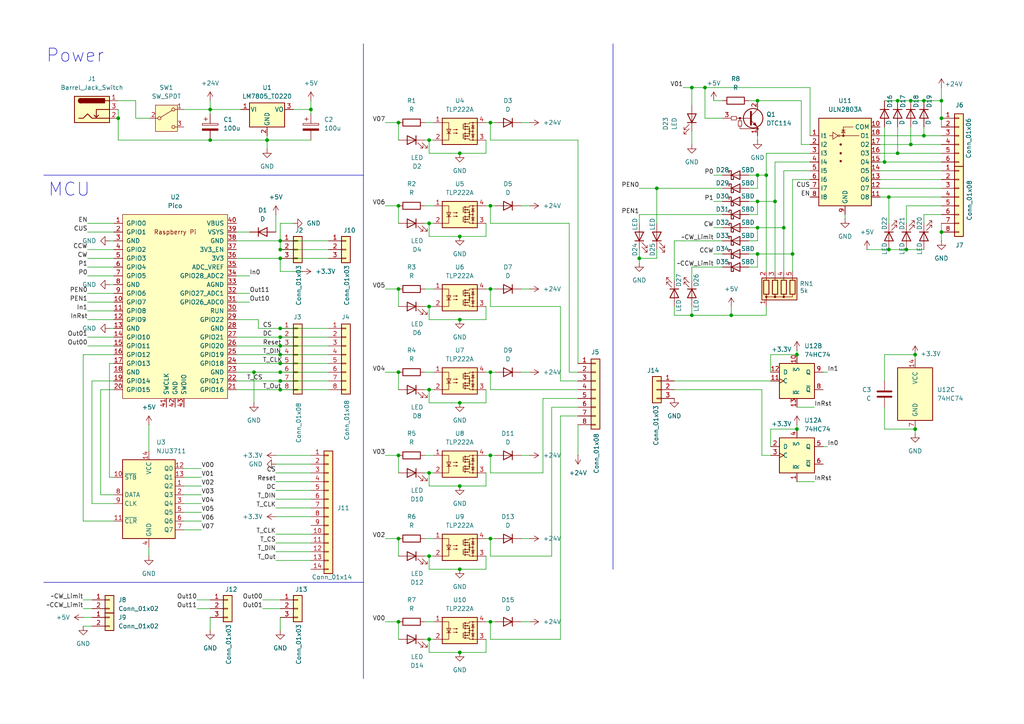
<source format=kicad_sch>
(kicad_sch (version 20250114) (generator "eeschema") (generator_version "9.0")
  (paper "A4")
  (lib_symbols
    (symbol "74xx:74HC74" (pin_names (offset 1.016))
      (property "Reference" "U" (at -7.62 8.89 0))
      (property "Value" "74HC74" (at -7.62 -8.89 0))
      (symbol "74HC74_1_0"
        (pin input line (at -7.62 2.54 0) (length 2.54) (name "D") (number "2"))
        (pin input clock (at -7.62 0 0) (length 2.54) (name "C") (number "3"))
        (pin input line (at 0 7.62 270) (length 2.54) (name "~{S}") (number "4"))
        (pin input line (at 0 -7.62 90) (length 2.54) (name "~{R}") (number "1"))
        (pin output line (at 7.62 2.54 180) (length 2.54) (name "Q") (number "5"))
        (pin output line (at 7.62 -2.54 180) (length 2.54) (name "~{Q}") (number "6"))
      )
      (symbol "74HC74_2_0"
        (pin input line (at -7.62 2.54 0) (length 2.54) (name "D") (number "12"))
        (pin input clock (at -7.62 0 0) (length 2.54) (name "C") (number "11"))
        (pin input line (at 0 7.62 270) (length 2.54) (name "~{S}") (number "10"))
        (pin input line (at 0 -7.62 90) (length 2.54) (name "~{R}") (number "13"))
        (pin output line (at 7.62 2.54 180) (length 2.54) (name "Q") (number "9"))
        (pin output line (at 7.62 -2.54 180) (length 2.54) (name "~{Q}") (number "8"))
      )
      (symbol "74HC74_3_0"
        (pin power_in line (at 0 10.16 270) (length 2.54) (name "VCC") (number "14"))
        (pin power_in line (at 0 -10.16 90) (length 2.54) (name "GND") (number "7"))
      )
    )
    (symbol "Connector:Barrel_Jack_Switch" (pin_names (hide yes))
      (property "Reference" "J" (at 0 5.334 0))
      (property "Value" "Barrel_Jack_Switch" (at 0 -5.08 0))
      (symbol "Barrel_Jack_Switch_1_1"
        (pin passive line (at 7.62 2.54 180) (length 2.54) (name "~") (number "1"))
        (pin passive line (at 7.62 0 180) (length 2.54) (name "~") (number "3"))
        (pin passive line (at 7.62 -2.54 180) (length 2.54) (name "~") (number "2"))
      )
    )
    (symbol "Connector_Generic:Conn_01x02" (pin_names (offset 1.016) (hide yes))
      (property "Reference" "J" (at 0 2.54 0))
      (property "Value" "Conn_01x02" (at 0 -5.08 0))
      (symbol "Conn_01x02_1_1"
        (pin passive line (at -5.08 0 0) (length 3.81) (name "Pin_1") (number "1"))
        (pin passive line (at -5.08 -2.54 0) (length 3.81) (name "Pin_2") (number "2"))
      )
    )
    (symbol "Connector_Generic:Conn_01x03" (pin_names (offset 1.016) (hide yes))
      (property "Reference" "J" (at 0 5.08 0))
      (property "Value" "Conn_01x03" (at 0 -5.08 0))
      (symbol "Conn_01x03_1_1"
        (pin passive line (at -5.08 2.54 0) (length 3.81) (name "Pin_1") (number "1"))
        (pin passive line (at -5.08 0 0) (length 3.81) (name "Pin_2") (number "2"))
        (pin passive line (at -5.08 -2.54 0) (length 3.81) (name "Pin_3") (number "3"))
      )
    )
    (symbol "Connector_Generic:Conn_01x06" (pin_names (offset 1.016) (hide yes))
      (property "Reference" "J" (at 0 7.62 0))
      (property "Value" "Conn_01x06" (at 0 -10.16 0))
      (symbol "Conn_01x06_1_1"
        (pin passive line (at -5.08 5.08 0) (length 3.81) (name "Pin_1") (number "1"))
        (pin passive line (at -5.08 2.54 0) (length 3.81) (name "Pin_2") (number "2"))
        (pin passive line (at -5.08 0 0) (length 3.81) (name "Pin_3") (number "3"))
        (pin passive line (at -5.08 -2.54 0) (length 3.81) (name "Pin_4") (number "4"))
        (pin passive line (at -5.08 -5.08 0) (length 3.81) (name "Pin_5") (number "5"))
        (pin passive line (at -5.08 -7.62 0) (length 3.81) (name "Pin_6") (number "6"))
      )
    )
    (symbol "Connector_Generic:Conn_01x08" (pin_names (offset 1.016) (hide yes))
      (property "Reference" "J" (at 0 10.16 0))
      (property "Value" "Conn_01x08" (at 0 -12.7 0))
      (symbol "Conn_01x08_1_1"
        (pin passive line (at -5.08 7.62 0) (length 3.81) (name "Pin_1") (number "1"))
        (pin passive line (at -5.08 5.08 0) (length 3.81) (name "Pin_2") (number "2"))
        (pin passive line (at -5.08 2.54 0) (length 3.81) (name "Pin_3") (number "3"))
        (pin passive line (at -5.08 0 0) (length 3.81) (name "Pin_4") (number "4"))
        (pin passive line (at -5.08 -2.54 0) (length 3.81) (name "Pin_5") (number "5"))
        (pin passive line (at -5.08 -5.08 0) (length 3.81) (name "Pin_6") (number "6"))
        (pin passive line (at -5.08 -7.62 0) (length 3.81) (name "Pin_7") (number "7"))
        (pin passive line (at -5.08 -10.16 0) (length 3.81) (name "Pin_8") (number "8"))
      )
    )
    (symbol "Connector_Generic:Conn_01x14" (pin_names (offset 1.016) (hide yes))
      (property "Reference" "J" (at 0 17.78 0))
      (property "Value" "Conn_01x14" (at 0 -20.32 0))
      (symbol "Conn_01x14_1_1"
        (pin passive line (at -5.08 15.24 0) (length 3.81) (name "Pin_1") (number "1"))
        (pin passive line (at -5.08 12.7 0) (length 3.81) (name "Pin_2") (number "2"))
        (pin passive line (at -5.08 10.16 0) (length 3.81) (name "Pin_3") (number "3"))
        (pin passive line (at -5.08 7.62 0) (length 3.81) (name "Pin_4") (number "4"))
        (pin passive line (at -5.08 5.08 0) (length 3.81) (name "Pin_5") (number "5"))
        (pin passive line (at -5.08 2.54 0) (length 3.81) (name "Pin_6") (number "6"))
        (pin passive line (at -5.08 0 0) (length 3.81) (name "Pin_7") (number "7"))
        (pin passive line (at -5.08 -2.54 0) (length 3.81) (name "Pin_8") (number "8"))
        (pin passive line (at -5.08 -5.08 0) (length 3.81) (name "Pin_9") (number "9"))
        (pin passive line (at -5.08 -7.62 0) (length 3.81) (name "Pin_10") (number "10"))
        (pin passive line (at -5.08 -10.16 0) (length 3.81) (name "Pin_11") (number "11"))
        (pin passive line (at -5.08 -12.7 0) (length 3.81) (name "Pin_12") (number "12"))
        (pin passive line (at -5.08 -15.24 0) (length 3.81) (name "Pin_13") (number "13"))
        (pin passive line (at -5.08 -17.78 0) (length 3.81) (name "Pin_14") (number "14"))
      )
    )
    (symbol "CtlPanel:NJU3711"
      (property "Reference" "U" (at 1.905 -13.97 0))
      (property "Value" "NJU3711" (at 1.905 -16.51 0))
      (symbol "NJU3711_1_1"
        (pin input line (at -10.16 5.08 0) (length 2.54) (name "~{STB}") (number "10"))
        (pin input line (at -10.16 0 0) (length 2.54) (name "DATA") (number "8"))
        (pin input line (at -10.16 -2.54 0) (length 2.54) (name "CLK") (number "9"))
        (pin input line (at -10.16 -7.62 0) (length 2.54) (name "~{CLR}") (number "11"))
        (pin power_in line (at 0 12.7 270) (length 2.54) (name "VCC") (number "14"))
        (pin power_in line (at 0 -15.24 90) (length 2.54) (name "GND") (number "4"))
        (pin output line (at 10.16 7.62 180) (length 2.54) (name "Q0") (number "12"))
        (pin output line (at 10.16 5.08 180) (length 2.54) (name "Q1") (number "13"))
        (pin output line (at 10.16 2.54 180) (length 2.54) (name "Q2") (number "1"))
        (pin output line (at 10.16 0 180) (length 2.54) (name "Q3") (number "2"))
        (pin output line (at 10.16 -2.54 180) (length 2.54) (name "Q4") (number "3"))
        (pin output line (at 10.16 -5.08 180) (length 2.54) (name "Q5") (number "5"))
        (pin output line (at 10.16 -7.62 180) (length 2.54) (name "Q6") (number "6"))
        (pin output line (at 10.16 -10.16 180) (length 2.54) (name "Q7") (number "7"))
      )
    )
    (symbol "CtlPanel:Pico" (pin_names (offset 1.016))
      (property "Reference" "U" (at -13.97 27.94 0))
      (property "Value" "Pico" (at 0 19.05 0))
      (symbol "Pico_0_0"
        (text "Raspberry Pi" (at 0 21.59 0) (effects (font (size 1.27 1.27))))
      )
      (symbol "Pico_1_1"
        (pin bidirectional line (at -17.78 24.13 0) (length 2.54) (name "GPIO0") (number "1"))
        (pin bidirectional line (at -17.78 21.59 0) (length 2.54) (name "GPIO1") (number "2"))
        (pin power_in line (at -17.78 19.05 0) (length 2.54) (name "GND") (number "3"))
        (pin bidirectional line (at -17.78 16.51 0) (length 2.54) (name "GPIO2") (number "4"))
        (pin bidirectional line (at -17.78 13.97 0) (length 2.54) (name "GPIO3") (number "5"))
        (pin bidirectional line (at -17.78 11.43 0) (length 2.54) (name "GPIO4") (number "6"))
        (pin bidirectional line (at -17.78 8.89 0) (length 2.54) (name "GPIO5") (number "7"))
        (pin power_in line (at -17.78 6.35 0) (length 2.54) (name "GND") (number "8"))
        (pin bidirectional line (at -17.78 3.81 0) (length 2.54) (name "GPIO6") (number "9"))
        (pin bidirectional line (at -17.78 1.27 0) (length 2.54) (name "GPIO7") (number "10"))
        (pin bidirectional line (at -17.78 -1.27 0) (length 2.54) (name "GPIO8") (number "11"))
        (pin bidirectional line (at -17.78 -3.81 0) (length 2.54) (name "GPIO9") (number "12"))
        (pin power_in line (at -17.78 -6.35 0) (length 2.54) (name "GND") (number "13"))
        (pin bidirectional line (at -17.78 -8.89 0) (length 2.54) (name "GPIO10") (number "14"))
        (pin bidirectional line (at -17.78 -11.43 0) (length 2.54) (name "GPIO11") (number "15"))
        (pin bidirectional line (at -17.78 -13.97 0) (length 2.54) (name "GPIO12") (number "16"))
        (pin bidirectional line (at -17.78 -16.51 0) (length 2.54) (name "GPIO13") (number "17"))
        (pin power_in line (at -17.78 -19.05 0) (length 2.54) (name "GND") (number "18"))
        (pin bidirectional line (at -17.78 -21.59 0) (length 2.54) (name "GPIO14") (number "19"))
        (pin bidirectional line (at -17.78 -24.13 0) (length 2.54) (name "GPIO15") (number "20"))
        (pin input line (at -2.54 -29.21 90) (length 2.54) (name "SWCLK") (number "41"))
        (pin power_in line (at 0 -29.21 90) (length 2.54) (name "GND") (number "42"))
        (pin bidirectional line (at 2.54 -29.21 90) (length 2.54) (name "SWDIO") (number "43"))
        (pin unspecified line (at 17.78 24.13 180) (length 2.54) (name "VBUS") (number "40"))
        (pin unspecified line (at 17.78 21.59 180) (length 2.54) (name "VSYS") (number "39"))
        (pin bidirectional line (at 17.78 19.05 180) (length 2.54) (name "GND") (number "38"))
        (pin input line (at 17.78 16.51 180) (length 2.54) (name "3V3_EN") (number "37"))
        (pin unspecified line (at 17.78 13.97 180) (length 2.54) (name "3V3") (number "36"))
        (pin unspecified line (at 17.78 11.43 180) (length 2.54) (name "ADC_VREF") (number "35"))
        (pin bidirectional line (at 17.78 8.89 180) (length 2.54) (name "GPIO28_ADC2") (number "34"))
        (pin power_in line (at 17.78 6.35 180) (length 2.54) (name "AGND") (number "33"))
        (pin bidirectional line (at 17.78 3.81 180) (length 2.54) (name "GPIO27_ADC1") (number "32"))
        (pin bidirectional line (at 17.78 1.27 180) (length 2.54) (name "GPIO26_ADC0") (number "31"))
        (pin input line (at 17.78 -1.27 180) (length 2.54) (name "RUN") (number "30"))
        (pin bidirectional line (at 17.78 -3.81 180) (length 2.54) (name "GPIO22") (number "29"))
        (pin power_in line (at 17.78 -6.35 180) (length 2.54) (name "GND") (number "28"))
        (pin bidirectional line (at 17.78 -8.89 180) (length 2.54) (name "GPIO21") (number "27"))
        (pin bidirectional line (at 17.78 -11.43 180) (length 2.54) (name "GPIO20") (number "26"))
        (pin bidirectional line (at 17.78 -13.97 180) (length 2.54) (name "GPIO19") (number "25"))
        (pin bidirectional line (at 17.78 -16.51 180) (length 2.54) (name "GPIO18") (number "24"))
        (pin power_in line (at 17.78 -19.05 180) (length 2.54) (name "GND") (number "23"))
        (pin bidirectional line (at 17.78 -21.59 180) (length 2.54) (name "GPIO17") (number "22"))
        (pin bidirectional line (at 17.78 -24.13 180) (length 2.54) (name "GPIO16") (number "21"))
      )
    )
    (symbol "Device:C" (pin_numbers (hide yes)) (pin_names (offset 0.254))
      (property "Reference" "C" (at 0.635 2.54 0))
      (property "Value" "C" (at 0.635 -2.54 0))
      (symbol "C_1_1"
        (pin passive line (at 0 3.81 270) (length 2.794) (name "~") (number "1"))
        (pin passive line (at 0 -3.81 90) (length 2.794) (name "~") (number "2"))
      )
    )
    (symbol "Device:C_Polarized" (pin_numbers (hide yes)) (pin_names (offset 0.254))
      (property "Reference" "C" (at 0.635 2.54 0))
      (property "Value" "C_Polarized" (at 0.635 -2.54 0))
      (symbol "C_Polarized_1_1"
        (pin passive line (at 0 3.81 270) (length 2.794) (name "~") (number "1"))
        (pin passive line (at 0 -3.81 90) (length 2.794) (name "~") (number "2"))
      )
    )
    (symbol "Device:D" (pin_numbers (hide yes)) (pin_names (offset 1.016) (hide yes))
      (property "Reference" "D" (at 0 2.54 0))
      (property "Value" "D" (at 0 -2.54 0))
      (symbol "D_1_1"
        (pin passive line (at -3.81 0 0) (length 2.54) (name "K") (number "1"))
        (pin passive line (at 3.81 0 180) (length 2.54) (name "A") (number "2"))
      )
    )
    (symbol "Device:D_Schottky" (pin_numbers (hide yes)) (pin_names (offset 1.016) (hide yes))
      (property "Reference" "D" (at 0 2.54 0))
      (property "Value" "D_Schottky" (at 0 -2.54 0))
      (symbol "D_Schottky_1_1"
        (pin passive line (at -3.81 0 0) (length 2.54) (name "K") (number "1"))
        (pin passive line (at 3.81 0 180) (length 2.54) (name "A") (number "2"))
      )
    )
    (symbol "Device:LED" (pin_numbers (hide yes)) (pin_names (offset 1.016) (hide yes))
      (property "Reference" "D" (at 0 2.54 0))
      (property "Value" "LED" (at 0 -2.54 0))
      (symbol "LED_1_1"
        (pin passive line (at -3.81 0 0) (length 2.54) (name "K") (number "1"))
        (pin passive line (at 3.81 0 180) (length 2.54) (name "A") (number "2"))
      )
    )
    (symbol "Device:R" (pin_numbers (hide yes)) (pin_names (offset 0))
      (property "Reference" "R" (at 2.032 0 90))
      (property "Value" "R" (at 0 0 90))
      (symbol "R_1_1"
        (pin passive line (at 0 3.81 270) (length 1.27) (name "~") (number "1"))
        (pin passive line (at 0 -3.81 90) (length 1.27) (name "~") (number "2"))
      )
    )
    (symbol "Device:R_Network04" (pin_names (offset 0) (hide yes))
      (property "Reference" "RN" (at -7.62 0 90))
      (property "Value" "R_Network04" (at 5.08 0 90))
      (symbol "R_Network04_1_1"
        (pin passive line (at -5.08 5.08 270) (length 2.54) (name "common") (number "1"))
        (pin passive line (at -5.08 -5.08 90) (length 1.27) (name "R1") (number "2"))
        (pin passive line (at -2.54 -5.08 90) (length 1.27) (name "R2") (number "3"))
        (pin passive line (at 0 -5.08 90) (length 1.27) (name "R3") (number "4"))
        (pin passive line (at 2.54 -5.08 90) (length 1.27) (name "R4") (number "5"))
      )
    )
    (symbol "Regulator_Linear:LM7805_TO220" (pin_names (offset 0.254))
      (property "Reference" "U" (at -3.81 3.175 0))
      (property "Value" "LM7805_TO220" (at 0 3.175 0))
      (symbol "LM7805_TO220_1_1"
        (pin power_in line (at -7.62 0 0) (length 2.54) (name "VI") (number "1"))
        (pin power_in line (at 0 -7.62 90) (length 2.54) (name "GND") (number "2"))
        (pin power_out line (at 7.62 0 180) (length 2.54) (name "VO") (number "3"))
      )
    )
    (symbol "Relay_SolidState:TLP222A"
      (property "Reference" "U" (at -5.08 5.08 0))
      (property "Value" "TLP222A" (at 0 5.08 0))
      (symbol "TLP222A_1_1"
        (pin passive line (at -7.62 2.54 0) (length 2.54) (name "~") (number "1"))
        (pin passive line (at -7.62 -2.54 0) (length 2.54) (name "~") (number "2"))
        (pin passive line (at 7.62 2.54 180) (length 2.54) (name "~") (number "4"))
        (pin passive line (at 7.62 -2.54 180) (length 2.54) (name "~") (number "3"))
      )
    )
    (symbol "Switch:SW_SPDT" (pin_names (offset 0) (hide yes))
      (property "Reference" "SW" (at 0 5.08 0))
      (property "Value" "SW_SPDT" (at 0 -5.08 0))
      (symbol "SW_SPDT_1_1"
        (pin passive line (at -5.08 0 0) (length 2.54) (name "B") (number "2"))
        (pin passive line (at 5.08 2.54 180) (length 2.54) (name "A") (number "1"))
        (pin passive line (at 5.08 -2.54 180) (length 2.54) (name "C") (number "3"))
      )
    )
    (symbol "Transistor_Array:ULN2803A"
      (property "Reference" "U" (at 0 13.335 0))
      (property "Value" "ULN2803A" (at 0 11.43 0))
      (symbol "ULN2803A_1_1"
        (pin input line (at -10.16 5.08 0) (length 2.54) (name "I1") (number "1"))
        (pin input line (at -10.16 2.54 0) (length 2.54) (name "I2") (number "2"))
        (pin input line (at -10.16 0 0) (length 2.54) (name "I3") (number "3"))
        (pin input line (at -10.16 -2.54 0) (length 2.54) (name "I4") (number "4"))
        (pin input line (at -10.16 -5.08 0) (length 2.54) (name "I5") (number "5"))
        (pin input line (at -10.16 -7.62 0) (length 2.54) (name "I6") (number "6"))
        (pin input line (at -10.16 -10.16 0) (length 2.54) (name "I7") (number "7"))
        (pin input line (at -10.16 -12.7 0) (length 2.54) (name "I8") (number "8"))
        (pin power_in line (at 0 -17.78 90) (length 2.54) (name "GND") (number "9"))
        (pin passive line (at 10.16 7.62 180) (length 2.54) (name "COM") (number "10"))
        (pin open_collector line (at 10.16 5.08 180) (length 2.54) (name "O1") (number "18"))
        (pin open_collector line (at 10.16 2.54 180) (length 2.54) (name "O2") (number "17"))
        (pin open_collector line (at 10.16 0 180) (length 2.54) (name "O3") (number "16"))
        (pin open_collector line (at 10.16 -2.54 180) (length 2.54) (name "O4") (number "15"))
        (pin open_collector line (at 10.16 -5.08 180) (length 2.54) (name "O5") (number "14"))
        (pin open_collector line (at 10.16 -7.62 180) (length 2.54) (name "O6") (number "13"))
        (pin open_collector line (at 10.16 -10.16 180) (length 2.54) (name "O7") (number "12"))
        (pin open_collector line (at 10.16 -12.7 180) (length 2.54) (name "O8") (number "11"))
      )
    )
    (symbol "Transistor_BJT:Q_NPN_BRT_ECB" (pin_names (hide yes))
      (property "Reference" "Q" (at 3.81 1.27 0))
      (property "Value" "Q_NPN_BRT_ECB" (at 3.81 -1.27 0))
      (symbol "Q_NPN_BRT_ECB_1_1"
        (pin input line (at -8.89 0 0) (length 2.54) (name "B") (number "3"))
        (pin passive line (at 1.27 5.08 270) (length 2.54) (name "C") (number "2"))
        (pin passive line (at 1.27 -5.08 90) (length 2.54) (name "E") (number "1"))
      )
    )
    (symbol "power:+24V" (power) (pin_numbers (hide yes)) (pin_names (offset 0) (hide yes))
      (property "Value" "+24V" (at 0 3.556 0))
      (symbol "+24V_1_1"
        (pin power_in line (at 0 0 90) (length 0) (name "~") (number "1"))
      )
    )
    (symbol "power:+3.3V" (power) (pin_numbers (hide yes)) (pin_names (offset 0) (hide yes))
      (property "Value" "+3.3V" (at 0 3.556 0))
      (symbol "+3.3V_1_1"
        (pin power_in line (at 0 0 90) (length 0) (name "~") (number "1"))
      )
    )
    (symbol "power:+5V" (power) (pin_numbers (hide yes)) (pin_names (offset 0) (hide yes))
      (property "Value" "+5V" (at 0 3.556 0))
      (symbol "+5V_1_1"
        (pin power_in line (at 0 0 90) (length 0) (name "~") (number "1"))
      )
    )
    (symbol "power:GND" (power) (pin_numbers (hide yes)) (pin_names (offset 0) (hide yes))
      (property "Value" "GND" (at 0 -3.81 0))
      (symbol "GND_1_1"
        (pin power_in line (at 0 0 270) (length 0) (name "~") (number "1"))
      )
    )
  )
  (text "MCU" (at 20.066 55.118 0) (effects (font (size 3.81 3.81))))
  (text "Power" (at 21.844 16.256 0) (effects (font (size 3.81 3.81))))
  (junction (at 81.28 102.87))
  (junction (at 60.96 31.75))
  (junction (at 81.28 97.79))
  (junction (at 133.35 116.84))
  (junction (at 73.66 107.95))
  (junction (at 212.09 91.44))
  (junction (at 142.24 156.21))
  (junction (at 81.28 107.95))
  (junction (at 219.71 58.42))
  (junction (at 190.5 54.61))
  (junction (at 133.35 165.1))
  (junction (at 142.24 107.95))
  (junction (at 115.57 59.69))
  (junction (at 133.35 92.71))
  (junction (at 115.57 35.56))
  (junction (at 124.46 137.16))
  (junction (at 81.28 110.49))
  (junction (at 81.28 74.93))
  (junction (at 273.05 34.29))
  (junction (at 124.46 185.42))
  (junction (at 115.57 132.08))
  (junction (at 185.42 74.93))
  (junction (at 124.46 64.77))
  (junction (at 142.24 59.69))
  (junction (at 133.35 68.58))
  (junction (at 142.24 35.56))
  (junction (at 219.71 66.04))
  (junction (at 200.66 91.44))
  (junction (at 81.28 95.25))
  (junction (at 231.14 102.87))
  (junction (at 77.47 40.64))
  (junction (at 90.17 31.75))
  (junction (at 260.35 29.21))
  (junction (at 60.96 40.64))
  (junction (at 222.25 50.8))
  (junction (at 142.24 132.08))
  (junction (at 115.57 156.21))
  (junction (at 219.71 29.21))
  (junction (at 142.24 83.82))
  (junction (at 265.43 124.46))
  (junction (at 264.16 41.91))
  (junction (at 81.28 113.03))
  (junction (at 204.47 25.4))
  (junction (at 124.46 40.64))
  (junction (at 124.46 88.9))
  (junction (at 81.28 105.41))
  (junction (at 260.35 44.45))
  (junction (at 224.79 58.42))
  (junction (at 219.71 73.66))
  (junction (at 115.57 107.95))
  (junction (at 231.14 124.46))
  (junction (at 81.28 72.39))
  (junction (at 133.35 44.45))
  (junction (at 133.35 140.97))
  (junction (at 81.28 100.33))
  (junction (at 115.57 180.34))
  (junction (at 229.87 73.66))
  (junction (at 265.43 102.87))
  (junction (at 34.29 34.29))
  (junction (at 219.71 50.8))
  (junction (at 124.46 161.29))
  (junction (at 81.28 69.85))
  (junction (at 262.89 72.39))
  (junction (at 267.97 39.37))
  (junction (at 133.35 189.23))
  (junction (at 273.05 29.21))
  (junction (at 267.97 29.21))
  (junction (at 200.66 25.4))
  (junction (at 115.57 83.82))
  (junction (at 257.81 57.15))
  (junction (at 256.54 46.99))
  (junction (at 124.46 113.03))
  (junction (at 142.24 180.34))
  (junction (at 227.33 66.04))
  (junction (at 257.81 72.39))
  (junction (at 264.16 29.21))
  (junction (at 273.05 67.31))
  (wire (pts (xy 81.28 105.41) (xy 95.25 105.41)))
  (wire (pts (xy 200.66 25.4) (xy 200.66 30.48)))
  (wire (pts (xy 25.4 77.47) (xy 33.02 77.47)))
  (wire (pts (xy 25.4 90.17) (xy 33.02 90.17)))
  (wire (pts (xy 273.05 25.4) (xy 273.05 29.21)))
  (wire (pts (xy 231.14 101.6) (xy 231.14 102.87)))
  (wire (pts (xy 204.47 25.4) (xy 234.95 25.4)))
  (wire (pts (xy 257.81 57.15) (xy 257.81 64.77)))
  (wire (pts (xy 68.58 67.31) (xy 72.39 67.31)))
  (wire (pts (xy 151.13 35.56) (xy 153.67 35.56)))
  (wire (pts (xy 220.98 132.08) (xy 220.98 113.03)))
  (wire (pts (xy 77.47 39.37) (xy 77.47 40.64)))
  (wire (pts (xy 273.05 62.23) (xy 267.97 62.23)))
  (wire (pts (xy 140.97 161.29) (xy 140.97 165.1)))
  (wire (pts (xy 231.14 118.11) (xy 236.22 118.11)))
  (wire (pts (xy 39.37 34.29) (xy 43.18 34.29)))
  (wire (pts (xy 115.57 132.08) (xy 115.57 137.16)))
  (wire (pts (xy 140.97 92.71) (xy 133.35 92.71)))
  (wire (pts (xy 115.57 156.21) (xy 115.57 161.29)))
  (wire (pts (xy 68.58 69.85) (xy 81.28 69.85)))
  (wire (pts (xy 140.97 180.34) (xy 142.24 180.34)))
  (wire (pts (xy 167.64 105.41) (xy 167.64 40.64)))
  (wire (pts (xy 200.66 77.47) (xy 200.66 81.28)))
  (wire (pts (xy 115.57 180.34) (xy 115.57 185.42)))
  (wire (pts (xy 151.13 83.82) (xy 153.67 83.82)))
  (wire (pts (xy 77.47 40.64) (xy 90.17 40.64)))
  (wire (pts (xy 151.13 156.21) (xy 153.67 156.21)))
  (wire (pts (xy 80.01 162.56) (xy 90.17 162.56)))
  (wire (pts (xy 74.93 92.71) (xy 74.93 95.25)))
  (wire (pts (xy 185.42 74.93) (xy 185.42 76.2)))
  (wire (pts (xy 123.19 64.77) (xy 124.46 64.77)))
  (wire (pts (xy 111.76 107.95) (xy 115.57 107.95)))
  (wire (pts (xy 142.24 113.03) (xy 167.64 113.03)))
  (wire (pts (xy 74.93 95.25) (xy 81.28 95.25)))
  (wire (pts (xy 80.01 62.23) (xy 80.01 67.31)))
  (wire (pts (xy 219.71 50.8) (xy 219.71 54.61)))
  (polyline (pts (xy 105.41 12.7) (xy 105.41 168.91)))
  (wire (pts (xy 219.71 69.85) (xy 217.17 69.85)))
  (wire (pts (xy 53.34 143.51) (xy 58.42 143.51)))
  (wire (pts (xy 124.46 161.29) (xy 125.73 161.29)))
  (wire (pts (xy 43.18 158.75) (xy 43.18 161.29)))
  (wire (pts (xy 81.28 78.74) (xy 87.63 78.74)))
  (wire (pts (xy 33.02 113.03) (xy 29.21 113.03)))
  (wire (pts (xy 200.66 91.44) (xy 212.09 91.44)))
  (wire (pts (xy 142.24 40.64) (xy 167.64 40.64)))
  (wire (pts (xy 195.58 91.44) (xy 200.66 91.44)))
  (wire (pts (xy 123.19 185.42) (xy 124.46 185.42)))
  (wire (pts (xy 217.17 29.21) (xy 219.71 29.21)))
  (wire (pts (xy 133.35 165.1) (xy 124.46 165.1)))
  (wire (pts (xy 140.97 68.58) (xy 133.35 68.58)))
  (wire (pts (xy 142.24 83.82) (xy 143.51 83.82)))
  (wire (pts (xy 142.24 180.34) (xy 142.24 185.42)))
  (wire (pts (xy 111.76 132.08) (xy 115.57 132.08)))
  (wire (pts (xy 212.09 91.44) (xy 212.09 88.9)))
  (wire (pts (xy 80.01 149.86) (xy 90.17 149.86)))
  (wire (pts (xy 68.58 107.95) (xy 73.66 107.95)))
  (wire (pts (xy 81.28 97.79) (xy 95.25 97.79)))
  (wire (pts (xy 25.4 72.39) (xy 33.02 72.39)))
  (polyline (pts (xy 177.8 12.7) (xy 177.8 165.1)))
  (wire (pts (xy 256.54 36.83) (xy 256.54 46.99)))
  (wire (pts (xy 151.13 59.69) (xy 153.67 59.69)))
  (wire (pts (xy 229.87 73.66) (xy 229.87 78.74)))
  (wire (pts (xy 219.71 66.04) (xy 217.17 66.04)))
  (wire (pts (xy 133.35 189.23) (xy 124.46 189.23)))
  (wire (pts (xy 33.02 110.49) (xy 26.67 110.49)))
  (wire (pts (xy 77.47 40.64) (xy 77.47 43.18)))
  (wire (pts (xy 273.05 34.29) (xy 273.05 36.83)))
  (wire (pts (xy 25.4 87.63) (xy 33.02 87.63)))
  (wire (pts (xy 123.19 88.9) (xy 124.46 88.9)))
  (wire (pts (xy 26.67 146.05) (xy 33.02 146.05)))
  (wire (pts (xy 142.24 185.42) (xy 162.56 185.42)))
  (wire (pts (xy 24.13 179.07) (xy 26.67 179.07)))
  (wire (pts (xy 60.96 31.75) (xy 60.96 33.02)))
  (wire (pts (xy 80.01 142.24) (xy 90.17 142.24)))
  (wire (pts (xy 142.24 35.56) (xy 143.51 35.56)))
  (wire (pts (xy 81.28 72.39) (xy 95.25 72.39)))
  (wire (pts (xy 140.97 185.42) (xy 140.97 189.23)))
  (wire (pts (xy 76.2 176.53) (xy 81.28 176.53)))
  (wire (pts (xy 57.15 173.99) (xy 60.96 173.99)))
  (wire (pts (xy 123.19 137.16) (xy 124.46 137.16)))
  (wire (pts (xy 223.52 124.46) (xy 223.52 129.54)))
  (wire (pts (xy 151.13 107.95) (xy 153.67 107.95)))
  (wire (pts (xy 115.57 107.95) (xy 115.57 113.03)))
  (wire (pts (xy 251.46 72.39) (xy 257.81 72.39)))
  (polyline (pts (xy 12.7 50.8) (xy 105.41 50.8)))
  (wire (pts (xy 140.97 165.1) (xy 133.35 165.1)))
  (wire (pts (xy 219.71 62.23) (xy 217.17 62.23)))
  (wire (pts (xy 90.17 31.75) (xy 85.09 31.75)))
  (wire (pts (xy 190.5 74.93) (xy 185.42 74.93)))
  (wire (pts (xy 142.24 156.21) (xy 142.24 161.29)))
  (wire (pts (xy 24.13 151.13) (xy 33.02 151.13)))
  (wire (pts (xy 142.24 161.29) (xy 160.02 161.29)))
  (wire (pts (xy 209.55 34.29) (xy 204.47 34.29)))
  (wire (pts (xy 264.16 41.91) (xy 273.05 41.91)))
  (wire (pts (xy 142.24 180.34) (xy 143.51 180.34)))
  (wire (pts (xy 209.55 77.47) (xy 200.66 77.47)))
  (wire (pts (xy 80.01 147.32) (xy 90.17 147.32)))
  (wire (pts (xy 167.64 107.95) (xy 165.1 107.95)))
  (wire (pts (xy 273.05 59.69) (xy 262.89 59.69)))
  (wire (pts (xy 219.71 58.42) (xy 224.79 58.42)))
  (wire (pts (xy 25.4 100.33) (xy 33.02 100.33)))
  (wire (pts (xy 142.24 83.82) (xy 142.24 88.9)))
  (wire (pts (xy 39.37 29.21) (xy 39.37 34.29)))
  (wire (pts (xy 111.76 35.56) (xy 115.57 35.56)))
  (wire (pts (xy 72.39 87.63) (xy 68.58 87.63)))
  (wire (pts (xy 53.34 138.43) (xy 58.42 138.43)))
  (wire (pts (xy 68.58 97.79) (xy 81.28 97.79)))
  (wire (pts (xy 124.46 185.42) (xy 125.73 185.42)))
  (wire (pts (xy 81.28 107.95) (xy 95.25 107.95)))
  (wire (pts (xy 53.34 135.89) (xy 58.42 135.89)))
  (wire (pts (xy 162.56 120.65) (xy 162.56 185.42)))
  (wire (pts (xy 68.58 105.41) (xy 81.28 105.41)))
  (wire (pts (xy 25.4 97.79) (xy 33.02 97.79)))
  (wire (pts (xy 31.75 138.43) (xy 31.75 105.41)))
  (wire (pts (xy 25.4 80.01) (xy 33.02 80.01)))
  (wire (pts (xy 34.29 40.64) (xy 60.96 40.64)))
  (wire (pts (xy 124.46 40.64) (xy 124.46 44.45)))
  (wire (pts (xy 207.01 73.66) (xy 209.55 73.66)))
  (wire (pts (xy 53.34 31.75) (xy 60.96 31.75)))
  (wire (pts (xy 256.54 118.11) (xy 256.54 124.46)))
  (wire (pts (xy 209.55 69.85) (xy 195.58 69.85)))
  (wire (pts (xy 267.97 62.23) (xy 267.97 64.77)))
  (wire (pts (xy 33.02 138.43) (xy 31.75 138.43)))
  (wire (pts (xy 142.24 107.95) (xy 142.24 113.03)))
  (wire (pts (xy 33.02 102.87) (xy 24.13 102.87)))
  (wire (pts (xy 190.5 54.61) (xy 190.5 64.77)))
  (wire (pts (xy 219.71 58.42) (xy 217.17 58.42)))
  (wire (pts (xy 185.42 62.23) (xy 209.55 62.23)))
  (wire (pts (xy 227.33 49.53) (xy 234.95 49.53)))
  (wire (pts (xy 273.05 67.31) (xy 273.05 69.85)))
  (wire (pts (xy 53.34 140.97) (xy 58.42 140.97)))
  (wire (pts (xy 68.58 110.49) (xy 81.28 110.49)))
  (wire (pts (xy 190.5 72.39) (xy 190.5 74.93)))
  (wire (pts (xy 123.19 35.56) (xy 125.73 35.56)))
  (wire (pts (xy 224.79 58.42) (xy 224.79 78.74)))
  (wire (pts (xy 111.76 83.82) (xy 115.57 83.82)))
  (wire (pts (xy 231.14 123.19) (xy 231.14 124.46)))
  (wire (pts (xy 68.58 74.93) (xy 81.28 74.93)))
  (wire (pts (xy 219.71 58.42) (xy 219.71 62.23)))
  (wire (pts (xy 115.57 59.69) (xy 115.57 64.77)))
  (wire (pts (xy 167.64 123.19) (xy 167.64 132.08)))
  (wire (pts (xy 25.4 92.71) (xy 33.02 92.71)))
  (wire (pts (xy 140.97 83.82) (xy 142.24 83.82)))
  (wire (pts (xy 24.13 102.87) (xy 24.13 151.13)))
  (wire (pts (xy 207.01 58.42) (xy 209.55 58.42)))
  (wire (pts (xy 80.01 139.7) (xy 90.17 139.7)))
  (wire (pts (xy 140.97 156.21) (xy 142.24 156.21)))
  (wire (pts (xy 57.15 176.53) (xy 60.96 176.53)))
  (wire (pts (xy 257.81 72.39) (xy 262.89 72.39)))
  (wire (pts (xy 123.19 40.64) (xy 124.46 40.64)))
  (wire (pts (xy 231.14 139.7) (xy 236.22 139.7)))
  (wire (pts (xy 222.25 44.45) (xy 222.25 50.8)))
  (wire (pts (xy 140.97 132.08) (xy 142.24 132.08)))
  (wire (pts (xy 142.24 132.08) (xy 143.51 132.08)))
  (wire (pts (xy 229.87 52.07) (xy 229.87 73.66)))
  (wire (pts (xy 124.46 88.9) (xy 125.73 88.9)))
  (wire (pts (xy 25.4 74.93) (xy 33.02 74.93)))
  (wire (pts (xy 124.46 137.16) (xy 125.73 137.16)))
  (wire (pts (xy 80.01 154.94) (xy 90.17 154.94)))
  (wire (pts (xy 142.24 107.95) (xy 143.51 107.95)))
  (wire (pts (xy 219.71 50.8) (xy 222.25 50.8)))
  (wire (pts (xy 256.54 46.99) (xy 273.05 46.99)))
  (wire (pts (xy 185.42 62.23) (xy 185.42 64.77)))
  (wire (pts (xy 140.97 189.23) (xy 133.35 189.23)))
  (wire (pts (xy 60.96 29.21) (xy 60.96 31.75)))
  (wire (pts (xy 25.4 85.09) (xy 33.02 85.09)))
  (wire (pts (xy 265.43 102.87) (xy 256.54 102.87)))
  (wire (pts (xy 81.28 74.93) (xy 81.28 78.74)))
  (wire (pts (xy 195.58 88.9) (xy 195.58 91.44)))
  (wire (pts (xy 29.21 113.03) (xy 29.21 143.51)))
  (wire (pts (xy 238.76 107.95) (xy 240.03 107.95)))
  (wire (pts (xy 80.01 134.62) (xy 90.17 134.62)))
  (wire (pts (xy 111.76 59.69) (xy 115.57 59.69)))
  (wire (pts (xy 31.75 82.55) (xy 33.02 82.55)))
  (wire (pts (xy 115.57 35.56) (xy 115.57 40.64)))
  (wire (pts (xy 157.48 137.16) (xy 157.48 115.57)))
  (wire (pts (xy 142.24 59.69) (xy 142.24 64.77)))
  (wire (pts (xy 255.27 41.91) (xy 264.16 41.91)))
  (wire (pts (xy 222.25 91.44) (xy 212.09 91.44)))
  (wire (pts (xy 219.71 73.66) (xy 229.87 73.66)))
  (wire (pts (xy 157.48 115.57) (xy 167.64 115.57)))
  (wire (pts (xy 151.13 132.08) (xy 153.67 132.08)))
  (wire (pts (xy 167.64 110.49) (xy 162.56 110.49)))
  (wire (pts (xy 124.46 64.77) (xy 125.73 64.77)))
  (wire (pts (xy 80.01 144.78) (xy 90.17 144.78)))
  (wire (pts (xy 123.19 161.29) (xy 124.46 161.29)))
  (wire (pts (xy 53.34 151.13) (xy 58.42 151.13)))
  (wire (pts (xy 255.27 52.07) (xy 273.05 52.07)))
  (wire (pts (xy 31.75 69.85) (xy 33.02 69.85)))
  (wire (pts (xy 256.54 29.21) (xy 260.35 29.21)))
  (wire (pts (xy 256.54 124.46) (xy 265.43 124.46)))
  (wire (pts (xy 53.34 153.67) (xy 58.42 153.67)))
  (wire (pts (xy 80.01 132.08) (xy 90.17 132.08)))
  (wire (pts (xy 267.97 39.37) (xy 273.05 39.37)))
  (wire (pts (xy 165.1 64.77) (xy 142.24 64.77)))
  (wire (pts (xy 124.46 185.42) (xy 124.46 189.23)))
  (wire (pts (xy 80.01 160.02) (xy 90.17 160.02)))
  (wire (pts (xy 222.25 50.8) (xy 222.25 78.74)))
  (wire (pts (xy 260.35 29.21) (xy 264.16 29.21)))
  (wire (pts (xy 124.46 64.77) (xy 124.46 68.58)))
  (wire (pts (xy 26.67 110.49) (xy 26.67 146.05)))
  (wire (pts (xy 167.64 120.65) (xy 162.56 120.65)))
  (polyline (pts (xy 12.7 168.91) (xy 105.41 168.91)))
  (wire (pts (xy 34.29 31.75) (xy 34.29 34.29)))
  (wire (pts (xy 140.97 137.16) (xy 140.97 140.97)))
  (wire (pts (xy 264.16 36.83) (xy 264.16 41.91)))
  (wire (pts (xy 34.29 34.29) (xy 34.29 40.64)))
  (wire (pts (xy 68.58 113.03) (xy 81.28 113.03)))
  (wire (pts (xy 53.34 146.05) (xy 58.42 146.05)))
  (wire (pts (xy 81.28 95.25) (xy 95.25 95.25)))
  (wire (pts (xy 219.71 54.61) (xy 217.17 54.61)))
  (wire (pts (xy 140.97 116.84) (xy 133.35 116.84)))
  (wire (pts (xy 231.14 102.87) (xy 223.52 102.87)))
  (wire (pts (xy 262.89 72.39) (xy 267.97 72.39)))
  (wire (pts (xy 219.71 77.47) (xy 217.17 77.47)))
  (wire (pts (xy 25.4 67.31) (xy 33.02 67.31)))
  (wire (pts (xy 123.19 83.82) (xy 125.73 83.82)))
  (wire (pts (xy 238.76 129.54) (xy 240.03 129.54)))
  (wire (pts (xy 207.01 29.21) (xy 209.55 29.21)))
  (wire (pts (xy 142.24 156.21) (xy 143.51 156.21)))
  (wire (pts (xy 133.35 68.58) (xy 124.46 68.58)))
  (wire (pts (xy 207.01 66.04) (xy 209.55 66.04)))
  (wire (pts (xy 31.75 105.41) (xy 33.02 105.41)))
  (wire (pts (xy 267.97 36.83) (xy 267.97 39.37)))
  (wire (pts (xy 223.52 132.08) (xy 220.98 132.08)))
  (wire (pts (xy 80.01 157.48) (xy 90.17 157.48)))
  (wire (pts (xy 72.39 80.01) (xy 68.58 80.01)))
  (wire (pts (xy 207.01 50.8) (xy 209.55 50.8)))
  (wire (pts (xy 195.58 69.85) (xy 195.58 81.28)))
  (wire (pts (xy 190.5 54.61) (xy 209.55 54.61)))
  (wire (pts (xy 123.19 156.21) (xy 125.73 156.21)))
  (wire (pts (xy 267.97 29.21) (xy 273.05 29.21)))
  (wire (pts (xy 227.33 66.04) (xy 227.33 78.74)))
  (wire (pts (xy 257.81 57.15) (xy 273.05 57.15)))
  (wire (pts (xy 200.66 25.4) (xy 204.47 25.4)))
  (wire (pts (xy 124.46 113.03) (xy 124.46 116.84)))
  (wire (pts (xy 224.79 46.99) (xy 224.79 58.42)))
  (wire (pts (xy 53.34 148.59) (xy 58.42 148.59)))
  (wire (pts (xy 219.71 66.04) (xy 227.33 66.04)))
  (wire (pts (xy 142.24 88.9) (xy 162.56 88.9)))
  (wire (pts (xy 165.1 107.95) (xy 165.1 64.77)))
  (wire (pts (xy 256.54 102.87) (xy 256.54 110.49)))
  (wire (pts (xy 81.28 179.07) (xy 81.28 182.88)))
  (wire (pts (xy 255.27 54.61) (xy 273.05 54.61)))
  (wire (pts (xy 81.28 74.93) (xy 95.25 74.93)))
  (wire (pts (xy 140.97 107.95) (xy 142.24 107.95)))
  (polyline (pts (xy 105.41 168.91) (xy 105.41 196.85)))
  (wire (pts (xy 185.42 54.61) (xy 190.5 54.61)))
  (wire (pts (xy 273.05 64.77) (xy 273.05 67.31)))
  (wire (pts (xy 90.17 29.21) (xy 90.17 31.75)))
  (wire (pts (xy 123.19 107.95) (xy 125.73 107.95)))
  (wire (pts (xy 260.35 44.45) (xy 273.05 44.45)))
  (wire (pts (xy 124.46 137.16) (xy 124.46 140.97)))
  (wire (pts (xy 234.95 44.45) (xy 222.25 44.45)))
  (wire (pts (xy 69.85 31.75) (xy 60.96 31.75)))
  (wire (pts (xy 231.14 124.46) (xy 223.52 124.46)))
  (wire (pts (xy 24.13 181.61) (xy 26.67 181.61)))
  (wire (pts (xy 219.71 73.66) (xy 217.17 73.66)))
  (wire (pts (xy 81.28 69.85) (xy 81.28 72.39)))
  (wire (pts (xy 25.4 64.77) (xy 33.02 64.77)))
  (wire (pts (xy 234.95 46.99) (xy 224.79 46.99)))
  (wire (pts (xy 142.24 59.69) (xy 143.51 59.69)))
  (wire (pts (xy 124.46 88.9) (xy 124.46 92.71)))
  (wire (pts (xy 29.21 143.51) (xy 33.02 143.51)))
  (wire (pts (xy 232.41 41.91) (xy 232.41 29.21)))
  (wire (pts (xy 81.28 64.77) (xy 81.28 69.85)))
  (wire (pts (xy 81.28 69.85) (xy 95.25 69.85)))
  (wire (pts (xy 265.43 124.46) (xy 265.43 125.73)))
  (wire (pts (xy 234.95 41.91) (xy 232.41 41.91)))
  (wire (pts (xy 260.35 36.83) (xy 260.35 44.45)))
  (wire (pts (xy 140.97 88.9) (xy 140.97 92.71)))
  (wire (pts (xy 140.97 140.97) (xy 133.35 140.97)))
  (wire (pts (xy 265.43 102.87) (xy 265.43 104.14)))
  (wire (pts (xy 262.89 59.69) (xy 262.89 64.77)))
  (wire (pts (xy 255.27 39.37) (xy 267.97 39.37)))
  (wire (pts (xy 140.97 113.03) (xy 140.97 116.84)))
  (wire (pts (xy 133.35 116.84) (xy 124.46 116.84)))
  (wire (pts (xy 255.27 46.99) (xy 256.54 46.99)))
  (wire (pts (xy 255.27 44.45) (xy 260.35 44.45)))
  (wire (pts (xy 24.13 176.53) (xy 26.67 176.53)))
  (wire (pts (xy 68.58 102.87) (xy 81.28 102.87)))
  (wire (pts (xy 255.27 49.53) (xy 273.05 49.53)))
  (wire (pts (xy 72.39 85.09) (xy 68.58 85.09)))
  (wire (pts (xy 234.95 52.07) (xy 229.87 52.07)))
  (wire (pts (xy 81.28 102.87) (xy 95.25 102.87)))
  (wire (pts (xy 195.58 110.49) (xy 223.52 110.49)))
  (wire (pts (xy 142.24 132.08) (xy 142.24 137.16)))
  (wire (pts (xy 111.76 180.34) (xy 115.57 180.34)))
  (wire (pts (xy 124.46 113.03) (xy 125.73 113.03)))
  (wire (pts (xy 34.29 29.21) (xy 39.37 29.21)))
  (wire (pts (xy 123.19 132.08) (xy 125.73 132.08)))
  (wire (pts (xy 222.25 88.9) (xy 222.25 91.44)))
  (wire (pts (xy 123.19 180.34) (xy 125.73 180.34)))
  (wire (pts (xy 140.97 40.64) (xy 140.97 44.45)))
  (wire (pts (xy 76.2 173.99) (xy 81.28 173.99)))
  (wire (pts (xy 68.58 92.71) (xy 74.93 92.71)))
  (wire (pts (xy 185.42 74.93) (xy 185.42 72.39)))
  (wire (pts (xy 81.28 113.03) (xy 95.25 113.03)))
  (wire (pts (xy 140.97 44.45) (xy 133.35 44.45)))
  (wire (pts (xy 223.52 102.87) (xy 223.52 107.95)))
  (wire (pts (xy 43.18 123.19) (xy 43.18 130.81)))
  (wire (pts (xy 68.58 100.33) (xy 81.28 100.33)))
  (wire (pts (xy 24.13 173.99) (xy 26.67 173.99)))
  (wire (pts (xy 151.13 180.34) (xy 153.67 180.34)))
  (wire (pts (xy 60.96 40.64) (xy 77.47 40.64)))
  (wire (pts (xy 219.71 39.37) (xy 219.71 40.64)))
  (wire (pts (xy 123.19 113.03) (xy 124.46 113.03)))
  (wire (pts (xy 111.76 156.21) (xy 115.57 156.21)))
  (wire (pts (xy 273.05 29.21) (xy 273.05 34.29)))
  (wire (pts (xy 133.35 44.45) (xy 124.46 44.45)))
  (wire (pts (xy 124.46 40.64) (xy 125.73 40.64)))
  (wire (pts (xy 234.95 25.4) (xy 234.95 39.37)))
  (wire (pts (xy 217.17 50.8) (xy 219.71 50.8)))
  (wire (pts (xy 142.24 35.56) (xy 142.24 40.64)))
  (wire (pts (xy 60.96 179.07) (xy 60.96 182.88)))
  (wire (pts (xy 123.19 59.69) (xy 125.73 59.69)))
  (wire (pts (xy 73.66 107.95) (xy 73.66 116.84)))
  (wire (pts (xy 227.33 49.53) (xy 227.33 66.04)))
  (wire (pts (xy 140.97 35.56) (xy 142.24 35.56)))
  (wire (pts (xy 219.71 29.21) (xy 232.41 29.21)))
  (wire (pts (xy 198.12 25.4) (xy 200.66 25.4)))
  (wire (pts (xy 142.24 137.16) (xy 157.48 137.16)))
  (wire (pts (xy 90.17 33.02) (xy 90.17 31.75)))
  (wire (pts (xy 264.16 29.21) (xy 267.97 29.21)))
  (wire (pts (xy 245.11 62.23) (xy 245.11 63.5)))
  (wire (pts (xy 255.27 57.15) (xy 257.81 57.15)))
  (wire (pts (xy 167.64 118.11) (xy 160.02 118.11)))
  (wire (pts (xy 115.57 83.82) (xy 115.57 88.9)))
  (wire (pts (xy 140.97 59.69) (xy 142.24 59.69)))
  (wire (pts (xy 200.66 88.9) (xy 200.66 91.44)))
  (wire (pts (xy 140.97 64.77) (xy 140.97 68.58)))
  (wire (pts (xy 160.02 118.11) (xy 160.02 161.29)))
  (wire (pts (xy 219.71 66.04) (xy 219.71 69.85)))
  (wire (pts (xy 200.66 38.1) (xy 200.66 41.91)))
  (wire (pts (xy 81.28 110.49) (xy 95.25 110.49)))
  (wire (pts (xy 80.01 137.16) (xy 90.17 137.16)))
  (wire (pts (xy 133.35 140.97) (xy 124.46 140.97)))
  (wire (pts (xy 133.35 92.71) (xy 124.46 92.71)))
  (wire (pts (xy 195.58 113.03) (xy 220.98 113.03)))
  (wire (pts (xy 31.75 95.25) (xy 33.02 95.25)))
  (wire (pts (xy 73.66 107.95) (xy 81.28 107.95)))
  (wire (pts (xy 85.09 64.77) (xy 81.28 64.77)))
  (wire (pts (xy 162.56 110.49) (xy 162.56 88.9)))
  (wire (pts (xy 81.28 100.33) (xy 95.25 100.33)))
  (wire (pts (xy 219.71 73.66) (xy 219.71 77.47)))
  (wire (pts (xy 204.47 34.29) (xy 204.47 25.4)))
  (wire (pts (xy 124.46 161.29) (xy 124.46 165.1)))
  (label "Out10" (at 57.15 173.99 180))
  (label "V03" (at 58.42 143.51 0))
  (label "V05" (at 58.42 148.59 0))
  (label "V02" (at 58.42 140.97 0))
  (label "CS" (at 76.2 95.25 0))
  (label "PEN1" (at 185.42 62.23 180))
  (label "CUS" (at 25.4 67.31 180))
  (label "InRst" (at 236.22 118.11 0))
  (label "In1" (at 240.03 107.95 0))
  (label "EN" (at 25.4 64.77 180))
  (label "PEN0" (at 25.4 85.09 180))
  (label "Reset" (at 76.2 100.33 0))
  (label "P1" (at 25.4 77.47 180))
  (label "DC" (at 76.2 97.79 0))
  (label "T_CS" (at 80.01 157.48 180))
  (label "PEN0" (at 185.42 54.61 180))
  (label "In0" (at 72.39 80.01 0))
  (label "EN" (at 234.95 57.15 180))
  (label "Reset" (at 80.01 139.7 180))
  (label "T_CS" (at 76.2 110.49 180))
  (label "In0" (at 240.03 129.54 0))
  (label "V03" (at 111.76 132.08 180))
  (label "T_DIN" (at 80.01 144.78 180))
  (label "T_DIN" (at 80.01 160.02 180))
  (label "Out11" (at 57.15 176.53 180))
  (label "~CCW_Limit" (at 207.01 77.47 180))
  (label "P0" (at 25.4 80.01 180))
  (label "Out10" (at 72.39 87.63 0))
  (label "Out00" (at 76.2 173.99 180))
  (label "T_Out" (at 76.2 113.03 0))
  (label "CCW" (at 25.4 72.39 180))
  (label "~CCW_Limit" (at 24.13 176.53 180))
  (label "CW" (at 25.4 74.93 180))
  (label "V07" (at 111.76 35.56 180))
  (label "V01" (at 198.12 25.4 180))
  (label "DC" (at 80.01 142.24 180))
  (label "CW" (at 207.01 66.04 180))
  (label "Out00" (at 25.4 100.33 180))
  (label "V06" (at 58.42 151.13 0))
  (label "Out01" (at 76.2 176.53 180))
  (label "CUS" (at 234.95 54.61 180))
  (label "T_CLK" (at 76.2 105.41 0))
  (label "T_CLK" (at 80.01 147.32 180))
  (label "V04" (at 58.42 146.05 0))
  (label "P0" (at 207.01 50.8 180))
  (label "V07" (at 58.42 153.67 0))
  (label "V00" (at 58.42 135.89 0))
  (label "V06" (at 111.76 59.69 180))
  (label "P1" (at 207.01 58.42 180))
  (label "V01" (at 58.42 138.43 0))
  (label "In1" (at 25.4 90.17 180))
  (label "~CW_Limit" (at 207.01 69.85 180))
  (label "PEN1" (at 25.4 87.63 180))
  (label "T_CLK" (at 80.01 154.94 180))
  (label "V05" (at 111.76 83.82 180))
  (label "InRst" (at 236.22 139.7 0))
  (label "CS" (at 80.01 137.16 180))
  (label "V04" (at 111.76 107.95 180))
  (label "V00" (at 111.76 180.34 180))
  (label "InRst" (at 25.4 92.71 180))
  (label "Out11" (at 72.39 85.09 0))
  (label "~CW_Limit" (at 24.13 173.99 180))
  (label "T_DIN" (at 76.2 102.87 0))
  (label "V02" (at 111.76 156.21 180))
  (label "Out01" (at 25.4 97.79 180))
  (label "T_Out" (at 80.01 162.56 180))
  (label "CCW" (at 207.01 73.66 180))
  (symbol (lib_id "power:GND") (at 60.96 182.88 0) (unit 1)
    (property "Reference" "#PWR041" (effects (hide yes)))
    (property "Value" "GND" (at 60.96 187.96 0))
    (property "Description" "Power symbol creates a global label with name \"GND\" , ground" (effects (hide yes)))
  )
  (symbol (lib_id "power:GND") (at 24.13 181.61 0) (unit 1)
    (property "Reference" "#PWR037" (effects (hide yes)))
    (property "Value" "GND" (at 24.13 186.69 0))
    (property "Description" "Power symbol creates a global label with name \"GND\" , ground" (effects (hide yes)))
  )
  (symbol (lib_id "power:+5V") (at 24.13 179.07 90) (unit 1)
    (property "Reference" "#PWR048" (effects (hide yes)))
    (property "Value" "+5V" (at 20.32 179.0699 90) (effects (justify left)))
    (property "Description" "Power symbol creates a global label with name \"+5V\"" (effects (hide yes)))
  )
  (symbol (lib_id "Connector_Generic:Conn_01x03") (at 66.04 176.53 0) (unit 1)
    (property "Reference" "J12" (at 65.278 170.942 0) (effects (justify left)))
    (property "Value" "Conn_01x03" (at 66.294 192.786 90) (effects (justify left)))
    (property "Footprint" "Connector_PinHeader_2.54mm:PinHeader_1x03_P2.54mm_Horizontal" (effects (hide yes)))
    (property "Description" "Generic connector, single row, 01x03, script generated (kicad-library-utils/schlib/autogen/connector/)" (effects (hide yes)))
  )
  (symbol (lib_id "74xx:74HC74") (at 231.14 132.08 0) (unit 1)
    (property "Reference" "U12" (at 233.2833 121.92 0) (effects (justify left)))
    (property "Value" "74HC74" (at 233.2833 124.46 0) (effects (justify left)))
    (property "Footprint" "Package_DIP:DIP-14_W7.62mm" (effects (hide yes)))
    (property "Datasheet" "74xx/74hc_hct74.pdf" (effects (hide yes)))
    (property "Description" "Dual D Flip-flop, Set & Reset" (effects (hide yes)))
  )
  (symbol (lib_id "power:+24V") (at 60.96 29.21 0) (unit 1)
    (property "Reference" "#PWR01" (effects (hide yes)))
    (property "Value" "+24V" (at 60.96 24.13 0))
    (property "Description" "Power symbol creates a global label with name \"+24V\"" (effects (hide yes)))
  )
  (symbol (lib_id "Connector_Generic:Conn_01x03") (at 86.36 72.39 0) (unit 1)
    (property "Reference" "J2" (at 85.598 66.802 0) (effects (justify left)))
    (property "Value" "Conn_01x03" (at 86.614 88.646 90) (effects (justify left)))
    (property "Footprint" "Connector_PinHeader_2.54mm:PinHeader_1x03_P2.54mm_Vertical" (effects (hide yes)))
    (property "Description" "Generic connector, single row, 01x03, script generated (kicad-library-utils/schlib/autogen/connector/)" (effects (hide yes)))
  )
  (symbol (lib_id "power:+24V") (at 153.67 180.34 270) (unit 1)
    (property "Reference" "#PWR026" (effects (hide yes)))
    (property "Value" "+24V" (at 157.48 180.3399 90) (effects (justify left)))
    (property "Description" "Power symbol creates a global label with name \"+24V\"" (effects (hide yes)))
  )
  (symbol (lib_id "Device:D") (at 147.32 59.69 180) (unit 1)
    (property "Reference" "D5" (at 147.32 53.34 0))
    (property "Value" "D" (at 147.32 55.88 0))
    (property "Footprint" "Diode_THT:D_DO-34_SOD68_P2.54mm_Vertical_AnodeUp" (effects (hide yes)))
    (property "Description" "Diode" (effects (hide yes)))
    (property "Sim.Device" "D" (effects (hide yes)))
    (property "Sim.Pins" "1=K 2=A" (effects (hide yes)))
  )
  (symbol (lib_id "power:+24V") (at 153.67 35.56 270) (unit 1)
    (property "Reference" "#PWR014" (effects (hide yes)))
    (property "Value" "+24V" (at 157.48 35.5599 90) (effects (justify left)))
    (property "Description" "Power symbol creates a global label with name \"+24V\"" (effects (hide yes)))
  )
  (symbol (lib_id "Relay_SolidState:TLP222A") (at 133.35 110.49 0) (unit 1)
    (property "Reference" "U7" (at 133.35 101.6 0))
    (property "Value" "TLP222A" (at 133.35 104.14 0))
    (property "Footprint" "Package_DIP:DIP-4_W7.62mm" (effects (hide yes)))
    (property "Datasheet" "https://toshiba.semicon-storage.com/info/docget.jsp?did=17036&prodName=TLP222A" (effects (hide yes)))
    (property "Description" "MOSFET Photorelay 1-Form-A, Voff 60V, Ion 0,5A, DIP4" (effects (hide yes)))
  )
  (symbol (lib_id "Device:LED") (at 119.38 137.16 0) (mirror y) (unit 1)
    (property "Reference" "D10" (at 120.9675 144.78 0))
    (property "Value" "LED" (at 120.9675 142.24 0))
    (property "Footprint" "LED_THT:LED_D3.0mm" (effects (hide yes)))
    (property "Description" "Light emitting diode" (effects (hide yes)))
    (property "Sim.Pins" "1=K 2=A" (effects (hide yes)))
  )
  (symbol (lib_id "Connector_Generic:Conn_01x02") (at 31.75 173.99 0) (unit 1)
    (property "Reference" "J8" (at 34.29 173.9899 0) (effects (justify left)))
    (property "Value" "Conn_01x02" (at 34.29 176.5299 0) (effects (justify left)))
    (property "Footprint" "Connector_PinHeader_2.54mm:PinHeader_1x02_P2.54mm_Vertical" (effects (hide yes)))
    (property "Description" "Generic connector, single row, 01x02, script generated (kicad-library-utils/schlib/autogen/connector/)" (effects (hide yes)))
  )
  (symbol (lib_id "Device:D_Schottky") (at 213.36 77.47 0) (unit 1)
    (property "Reference" "D35" (at 209.55 75.946 0))
    (property "Value" "SBD" (at 216.916 75.946 0))
    (property "Footprint" "Resistor_THT:R_Axial_DIN0309_L9.0mm_D3.2mm_P12.70mm_Horizontal" (effects (hide yes)))
    (property "Description" "Schottky diode" (effects (hide yes)))
  )
  (symbol (lib_id "power:+5V") (at 90.17 29.21 0) (unit 1)
    (property "Reference" "#PWR02" (effects (hide yes)))
    (property "Value" "+5V" (at 90.17 24.13 0))
    (property "Description" "Power symbol creates a global label with name \"+5V\"" (effects (hide yes)))
  )
  (symbol (lib_id "Connector:Barrel_Jack_Switch") (at 26.67 31.75 0) (unit 1)
    (property "Reference" "J1" (at 26.67 22.86 0))
    (property "Value" "Barrel_Jack_Switch" (at 26.67 25.4 0))
    (property "Footprint" "Connector_BarrelJack:BarrelJack_CUI_PJ-102AH_Horizontal" (effects (hide yes)))
    (property "Description" "DC Barrel Jack with an internal switch" (effects (hide yes)))
  )
  (symbol (lib_id "power:GND") (at 81.28 182.88 0) (unit 1)
    (property "Reference" "#PWR042" (effects (hide yes)))
    (property "Value" "GND" (at 81.28 187.96 0))
    (property "Description" "Power symbol creates a global label with name \"GND\" , ground" (effects (hide yes)))
  )
  (symbol (lib_id "power:+5V") (at 43.18 123.19 0) (unit 1)
    (property "Reference" "#PWR04" (effects (hide yes)))
    (property "Value" "+5V" (at 43.18 118.11 0))
    (property "Description" "Power symbol creates a global label with name \"+5V\"" (effects (hide yes)))
  )
  (symbol (lib_id "Device:LED") (at 119.38 113.03 0) (mirror y) (unit 1)
    (property "Reference" "D8" (at 120.9675 120.65 0))
    (property "Value" "LED" (at 120.9675 118.11 0))
    (property "Footprint" "LED_THT:LED_D3.0mm" (effects (hide yes)))
    (property "Description" "Light emitting diode" (effects (hide yes)))
    (property "Sim.Pins" "1=K 2=A" (effects (hide yes)))
  )
  (symbol (lib_id "power:+3.3V") (at 265.43 102.87 0) (unit 1)
    (property "Reference" "#PWR043" (effects (hide yes)))
    (property "Value" "+3.3V" (at 266.954 102.616 0) (effects (justify left)))
    (property "Description" "Power symbol creates a global label with name \"+3.3V\"" (effects (hide yes)))
  )
  (symbol (lib_id "Device:D") (at 264.16 33.02 270) (unit 1)
    (property "Reference" "D18" (at 265.684 27.432 0) (effects (justify left)))
    (property "Value" "D" (at 265.43 34.798 0) (effects (justify left)))
    (property "Footprint" "Diode_THT:D_DO-34_SOD68_P2.54mm_Vertical_AnodeUp" (effects (hide yes)))
    (property "Description" "Diode" (effects (hide yes)))
    (property "Sim.Device" "D" (effects (hide yes)))
    (property "Sim.Pins" "1=K 2=A" (effects (hide yes)))
  )
  (symbol (lib_id "power:+5V") (at 80.01 62.23 0) (unit 1)
    (property "Reference" "#PWR09" (effects (hide yes)))
    (property "Value" "+5V" (at 80.01 57.15 0))
    (property "Description" "Power symbol creates a global label with name \"+5V\"" (effects (hide yes)))
  )
  (symbol (lib_id "Connector_Generic:Conn_01x08") (at 86.36 102.87 0) (unit 1)
    (property "Reference" "J3" (at 85.09 91.948 0) (effects (justify left)))
    (property "Value" "Conn_01x08" (at 86.614 128.524 90) (effects (justify left)))
    (property "Footprint" "Connector_PinHeader_2.54mm:PinHeader_1x08_P2.54mm_Vertical" (effects (hide yes)))
    (property "Description" "Generic connector, single row, 01x08, script generated (kicad-library-utils/schlib/autogen/connector/)" (effects (hide yes)))
  )
  (symbol (lib_id "Device:D") (at 76.2 67.31 0) (unit 1)
    (property "Reference" "D1" (at 76.2 60.96 0))
    (property "Value" "D" (at 76.2 63.5 0))
    (property "Footprint" "Diode_THT:D_DO-34_SOD68_P10.16mm_Horizontal" (effects (hide yes)))
    (property "Description" "Diode" (effects (hide yes)))
    (property "Sim.Device" "D" (effects (hide yes)))
    (property "Sim.Pins" "1=K 2=A" (effects (hide yes)))
  )
  (symbol (lib_id "Device:LED") (at 119.38 64.77 0) (mirror y) (unit 1)
    (property "Reference" "D4" (at 120.9675 72.39 0))
    (property "Value" "LED" (at 120.9675 69.85 0))
    (property "Footprint" "LED_THT:LED_D3.0mm" (effects (hide yes)))
    (property "Description" "Light emitting diode" (effects (hide yes)))
    (property "Sim.Pins" "1=K 2=A" (effects (hide yes)))
  )
  (symbol (lib_id "power:GND") (at 31.75 95.25 270) (unit 1)
    (property "Reference" "#PWR08" (effects (hide yes)))
    (property "Value" "GND" (at 27.94 95.2499 90) (effects (justify right)))
    (property "Description" "Power symbol creates a global label with name \"GND\" , ground" (effects (hide yes)))
  )
  (symbol (lib_id "Device:D") (at 256.54 33.02 270) (unit 1)
    (property "Reference" "D16" (at 258.064 27.432 0) (effects (justify left)))
    (property "Value" "D" (at 257.81 34.798 0) (effects (justify left)))
    (property "Footprint" "Diode_THT:D_DO-34_SOD68_P2.54mm_Vertical_AnodeUp" (effects (hide yes)))
    (property "Description" "Diode" (effects (hide yes)))
    (property "Sim.Device" "D" (effects (hide yes)))
    (property "Sim.Pins" "1=K 2=A" (effects (hide yes)))
  )
  (symbol (lib_id "power:GND") (at 31.75 69.85 270) (unit 1)
    (property "Reference" "#PWR06" (effects (hide yes)))
    (property "Value" "GND" (at 27.94 69.8499 90) (effects (justify right)))
    (property "Description" "Power symbol creates a global label with name \"GND\" , ground" (effects (hide yes)))
  )
  (symbol (lib_id "Connector_Generic:Conn_01x03") (at 100.33 72.39 0) (unit 1)
    (property "Reference" "J10" (at 99.568 66.802 0) (effects (justify left)))
    (property "Value" "Conn_01x03" (at 100.584 88.646 90) (effects (justify left)))
    (property "Footprint" "Connector_PinHeader_2.54mm:PinHeader_1x03_P2.54mm_Vertical" (effects (hide yes)))
    (property "Description" "Generic connector, single row, 01x03, script generated (kicad-library-utils/schlib/autogen/connector/)" (effects (hide yes)))
  )
  (symbol (lib_id "Device:D_Schottky") (at 213.36 50.8 0) (unit 1)
    (property "Reference" "D28" (at 209.55 49.276 0))
    (property "Value" "SBD" (at 216.916 49.276 0))
    (property "Footprint" "Diode_THT:D_DO-34_SOD68_P2.54mm_Vertical_AnodeUp" (effects (hide yes)))
    (property "Description" "Schottky diode" (effects (hide yes)))
  )
  (symbol (lib_id "Device:R") (at 119.38 35.56 90) (unit 1)
    (property "Reference" "R1" (at 119.38 29.21 90))
    (property "Value" "R" (at 119.38 31.75 90))
    (property "Footprint" "Resistor_THT:R_Axial_DIN0204_L3.6mm_D1.6mm_P2.54mm_Vertical" (effects (hide yes)))
    (property "Description" "Resistor" (effects (hide yes)))
  )
  (symbol (lib_id "Connector_Generic:Conn_01x08") (at 100.33 102.87 0) (unit 1)
    (property "Reference" "J4" (at 99.06 91.948 0) (effects (justify left)))
    (property "Value" "Conn_01x08" (at 100.584 127.762 90) (effects (justify left)))
    (property "Footprint" "Connector_PinHeader_2.54mm:PinHeader_1x08_P2.54mm_Vertical" (effects (hide yes)))
    (property "Description" "Generic connector, single row, 01x08, script generated (kicad-library-utils/schlib/autogen/connector/)" (effects (hide yes)))
  )
  (symbol (lib_id "Device:R") (at 213.36 29.21 90) (unit 1)
    (property "Reference" "R8" (at 213.36 22.86 90))
    (property "Value" "R" (at 213.36 25.4 90))
    (property "Footprint" "CtlPanel:R_Axial_DIN0207_L6.3mm_D2.5mm_P17.78mm_Horizontal" (effects (hide yes)))
    (property "Description" "Resistor" (effects (hide yes)))
  )
  (symbol (lib_id "74xx:74HC74") (at 265.43 114.3 0) (unit 3)
    (property "Reference" "U12" (at 271.78 113.0299 0) (effects (justify left)))
    (property "Value" "74HC74" (at 271.78 115.5699 0) (effects (justify left)))
    (property "Footprint" "Package_DIP:DIP-14_W7.62mm" (effects (hide yes)))
    (property "Datasheet" "74xx/74hc_hct74.pdf" (effects (hide yes)))
    (property "Description" "Dual D Flip-flop, Set & Reset" (effects (hide yes)))
  )
  (symbol (lib_id "power:GND") (at 77.47 43.18 0) (unit 1)
    (property "Reference" "#PWR03" (effects (hide yes)))
    (property "Value" "GND" (at 77.47 48.26 0))
    (property "Description" "Power symbol creates a global label with name \"GND\" , ground" (effects (hide yes)))
  )
  (symbol (lib_id "Device:D") (at 147.32 180.34 180) (unit 1)
    (property "Reference" "D15" (at 147.32 173.99 0))
    (property "Value" "D" (at 147.32 176.53 0))
    (property "Footprint" "Diode_THT:D_DO-34_SOD68_P2.54mm_Vertical_AnodeUp" (effects (hide yes)))
    (property "Description" "Diode" (effects (hide yes)))
    (property "Sim.Device" "D" (effects (hide yes)))
    (property "Sim.Pins" "1=K 2=A" (effects (hide yes)))
  )
  (symbol (lib_id "Transistor_Array:ULN2803A") (at 245.11 44.45 0) (unit 1)
    (property "Reference" "U11" (at 245.11 29.21 0))
    (property "Value" "ULN2803A" (at 245.11 31.75 0))
    (property "Footprint" "Package_DIP:DIP-18_W7.62mm" (effects (hide yes)))
    (property "Datasheet" "http://www.ti.com/lit/ds/symlink/uln2803a.pdf" (effects (hide yes)))
    (property "Description" "Darlington Transistor Arrays, SOIC18/DIP18" (effects (hide yes)))
  )
  (symbol (lib_id "Connector_Generic:Conn_01x02") (at 31.75 179.07 0) (unit 1)
    (property "Reference" "J9" (at 34.29 179.0699 0) (effects (justify left)))
    (property "Value" "Conn_01x02" (at 34.29 181.6099 0) (effects (justify left)))
    (property "Footprint" "Connector_PinHeader_2.54mm:PinHeader_1x02_P2.54mm_Vertical" (effects (hide yes)))
    (property "Description" "Generic connector, single row, 01x02, script generated (kicad-library-utils/schlib/autogen/connector/)" (effects (hide yes)))
  )
  (symbol (lib_id "power:GND") (at 219.71 40.64 0) (unit 1)
    (property "Reference" "#PWR034" (effects (hide yes)))
    (property "Value" "GND" (at 219.71 45.72 0))
    (property "Description" "Power symbol creates a global label with name \"GND\" , ground" (effects (hide yes)))
  )
  (symbol (lib_id "power:GND") (at 195.58 115.57 0) (unit 1)
    (property "Reference" "#PWR047" (effects (hide yes)))
    (property "Value" "GND" (at 195.58 120.65 0))
    (property "Description" "Power symbol creates a global label with name \"GND\" , ground" (effects (hide yes)))
  )
  (symbol (lib_id "Device:D") (at 147.32 156.21 180) (unit 1)
    (property "Reference" "D13" (at 147.32 149.86 0))
    (property "Value" "D" (at 147.32 152.4 0))
    (property "Footprint" "Diode_THT:D_DO-34_SOD68_P2.54mm_Vertical_AnodeUp" (effects (hide yes)))
    (property "Description" "Diode" (effects (hide yes)))
    (property "Sim.Device" "D" (effects (hide yes)))
    (property "Sim.Pins" "1=K 2=A" (effects (hide yes)))
  )
  (symbol (lib_id "power:GND") (at 73.66 116.84 0) (unit 1)
    (property "Reference" "#PWR012" (effects (hide yes)))
    (property "Value" "GND" (at 73.66 121.92 0))
    (property "Description" "Power symbol creates a global label with name \"GND\" , ground" (effects (hide yes)))
  )
  (symbol (lib_id "Device:R") (at 119.38 156.21 90) (unit 1)
    (property "Reference" "R6" (at 119.38 149.86 90))
    (property "Value" "R" (at 119.38 152.4 90))
    (property "Footprint" "Resistor_THT:R_Axial_DIN0204_L3.6mm_D1.6mm_P2.54mm_Vertical" (effects (hide yes)))
    (property "Description" "Resistor" (effects (hide yes)))
  )
  (symbol (lib_id "power:+3.3V") (at 80.01 149.86 90) (unit 1)
    (property "Reference" "#PWR040" (effects (hide yes)))
    (property "Value" "+3.3V" (at 76.2 149.8601 90) (effects (justify left)))
    (property "Description" "Power symbol creates a global label with name \"+3.3V\"" (effects (hide yes)))
  )
  (symbol (lib_id "Device:LED") (at 190.5 68.58 90) (unit 1)
    (property "Reference" "D25" (at 189.23 72.39 0))
    (property "Value" "LED" (at 189.23 65.024 0))
    (property "Footprint" "LED_THT:LED_D3.0mm" (effects (hide yes)))
    (property "Description" "Light emitting diode" (effects (hide yes)))
    (property "Sim.Pins" "1=K 2=A" (effects (hide yes)))
  )
  (symbol (lib_id "power:GND") (at 43.18 161.29 0) (unit 1)
    (property "Reference" "#PWR05" (effects (hide yes)))
    (property "Value" "GND" (at 43.18 166.37 0))
    (property "Description" "Power symbol creates a global label with name \"GND\" , ground" (effects (hide yes)))
  )
  (symbol (lib_id "power:GND") (at 185.42 76.2 0) (unit 1)
    (property "Reference" "#PWR035" (effects (hide yes)))
    (property "Value" "GND" (at 185.42 81.28 0))
    (property "Description" "Power symbol creates a global label with name \"GND\" , ground" (effects (hide yes)))
  )
  (symbol (lib_id "power:+3.3V") (at 231.14 101.6 0) (mirror y) (unit 1)
    (property "Reference" "#PWR046" (effects (hide yes)))
    (property "Value" "+3.3V" (at 229.616 101.346 0) (effects (justify left)))
    (property "Description" "Power symbol creates a global label with name \"+3.3V\"" (effects (hide yes)))
  )
  (symbol (lib_id "Device:D_Schottky") (at 213.36 54.61 0) (unit 1)
    (property "Reference" "D29" (at 209.55 53.086 0))
    (property "Value" "SBD" (at 216.916 53.086 0))
    (property "Footprint" "Diode_THT:D_DO-34_SOD68_P2.54mm_Vertical_AnodeUp" (effects (hide yes)))
    (property "Description" "Schottky diode" (effects (hide yes)))
  )
  (symbol (lib_id "power:+3.3V") (at 87.63 78.74 270) (unit 1)
    (property "Reference" "#PWR011" (effects (hide yes)))
    (property "Value" "+3.3V" (at 91.44 78.7399 90) (effects (justify left)))
    (property "Description" "Power symbol creates a global label with name \"+3.3V\"" (effects (hide yes)))
  )
  (symbol (lib_id "power:+3.3V") (at 80.01 132.08 90) (unit 1)
    (property "Reference" "#PWR038" (effects (hide yes)))
    (property "Value" "+3.3V" (at 76.2 132.0801 90) (effects (justify left)))
    (property "Description" "Power symbol creates a global label with name \"+3.3V\"" (effects (hide yes)))
  )
  (symbol (lib_id "Device:LED") (at 262.89 68.58 90) (mirror x) (unit 1)
    (property "Reference" "D21" (at 261.62 64.77 0))
    (property "Value" "LED" (at 261.62 72.136 0))
    (property "Footprint" "LED_THT:LED_D3.0mm" (effects (hide yes)))
    (property "Description" "Light emitting diode" (effects (hide yes)))
    (property "Sim.Pins" "1=K 2=A" (effects (hide yes)))
  )
  (symbol (lib_id "power:+24V") (at 153.67 83.82 270) (unit 1)
    (property "Reference" "#PWR018" (effects (hide yes)))
    (property "Value" "+24V" (at 157.48 83.8199 90) (effects (justify left)))
    (property "Description" "Power symbol creates a global label with name \"+24V\"" (effects (hide yes)))
  )
  (symbol (lib_id "Device:LED") (at 267.97 68.58 90) (mirror x) (unit 1)
    (property "Reference" "D20" (at 266.7 64.77 0))
    (property "Value" "LED" (at 266.7 72.136 0))
    (property "Footprint" "LED_THT:LED_D3.0mm" (effects (hide yes)))
    (property "Description" "Light emitting diode" (effects (hide yes)))
    (property "Sim.Pins" "1=K 2=A" (effects (hide yes)))
  )
  (symbol (lib_id "Device:C_Polarized") (at 60.96 36.83 0) (unit 1)
    (property "Reference" "C1" (at 64.77 34.6709 0) (effects (justify left)))
    (property "Value" "100u" (at 64.77 37.2109 0) (effects (justify left)))
    (property "Footprint" "Capacitor_THT:CP_Radial_D5.0mm_P2.50mm" (effects (hide yes)))
    (property "Description" "Polarized capacitor" (effects (hide yes)))
  )
  (symbol (lib_id "Switch:SW_SPDT") (at 48.26 34.29 0) (unit 1)
    (property "Reference" "SW1" (at 48.26 25.4 0))
    (property "Value" "SW_SPDT" (at 48.26 27.94 0))
    (property "Footprint" "Connector_PinHeader_2.54mm:PinHeader_1x03_P2.54mm_Vertical" (effects (hide yes)))
    (property "Description" "Switch, single pole double throw" (effects (hide yes)))
  )
  (symbol (lib_id "Relay_SolidState:TLP222A") (at 133.35 38.1 0) (unit 1)
    (property "Reference" "U4" (at 133.35 29.21 0))
    (property "Value" "TLP222A" (at 133.35 31.75 0))
    (property "Footprint" "Package_DIP:DIP-4_W7.62mm" (effects (hide yes)))
    (property "Datasheet" "https://toshiba.semicon-storage.com/info/docget.jsp?did=17036&prodName=TLP222A" (effects (hide yes)))
    (property "Description" "MOSFET Photorelay 1-Form-A, Voff 60V, Ion 0,5A, DIP4" (effects (hide yes)))
  )
  (symbol (lib_id "power:GND") (at 265.43 125.73 0) (unit 1)
    (property "Reference" "#PWR044" (effects (hide yes)))
    (property "Value" "GND" (at 265.43 130.81 0))
    (property "Description" "Power symbol creates a global label with name \"GND\" , ground" (effects (hide yes)))
  )
  (symbol (lib_id "power:GND") (at 133.35 140.97 0) (unit 1)
    (property "Reference" "#PWR021" (effects (hide yes)))
    (property "Value" "GND" (at 133.35 146.05 0))
    (property "Description" "Power symbol creates a global label with name \"GND\" , ground" (effects (hide yes)))
  )
  (symbol (lib_id "Regulator_Linear:LM7805_TO220") (at 77.47 31.75 0) (unit 1)
    (property "Reference" "U1" (at 77.47 25.4 0))
    (property "Value" "LM7805_TO220" (at 77.47 27.94 0))
    (property "Footprint" "Package_TO_SOT_THT:TO-220-3_Vertical" (effects (hide yes)))
    (property "Datasheet" "https://www.onsemi.cn/PowerSolutions/document/MC7800-D.PDF" (effects (hide yes)))
    (property "Description" "Positive 1A 35V Linear Regulator, Fixed Output 5V, TO-220" (effects (hide yes)))
  )
  (symbol (lib_id "Relay_SolidState:TLP222A") (at 133.35 62.23 0) (unit 1)
    (property "Reference" "U5" (at 133.35 53.34 0))
    (property "Value" "TLP222A" (at 133.35 55.88 0))
    (property "Footprint" "Package_DIP:DIP-4_W7.62mm" (effects (hide yes)))
    (property "Datasheet" "https://toshiba.semicon-storage.com/info/docget.jsp?did=17036&prodName=TLP222A" (effects (hide yes)))
    (property "Description" "MOSFET Photorelay 1-Form-A, Voff 60V, Ion 0,5A, DIP4" (effects (hide yes)))
  )
  (symbol (lib_id "74xx:74HC74") (at 231.14 110.49 0) (unit 2)
    (property "Reference" "U12" (at 233.2833 100.33 0) (effects (justify left)))
    (property "Value" "74HC74" (at 233.2833 102.87 0) (effects (justify left)))
    (property "Footprint" "Package_DIP:DIP-14_W7.62mm" (effects (hide yes)))
    (property "Datasheet" "74xx/74hc_hct74.pdf" (effects (hide yes)))
    (property "Description" "Dual D Flip-flop, Set & Reset" (effects (hide yes)))
  )
  (symbol (lib_id "Device:D") (at 147.32 83.82 180) (unit 1)
    (property "Reference" "D7" (at 147.32 77.47 0))
    (property "Value" "D" (at 147.32 80.01 0))
    (property "Footprint" "Diode_THT:D_DO-34_SOD68_P2.54mm_Vertical_AnodeUp" (effects (hide yes)))
    (property "Description" "Diode" (effects (hide yes)))
    (property "Sim.Device" "D" (effects (hide yes)))
    (property "Sim.Pins" "1=K 2=A" (effects (hide yes)))
  )
  (symbol (lib_id "Device:R") (at 119.38 107.95 90) (unit 1)
    (property "Reference" "R4" (at 119.38 101.6 90))
    (property "Value" "R" (at 119.38 104.14 90))
    (property "Footprint" "Resistor_THT:R_Axial_DIN0204_L3.6mm_D1.6mm_P2.54mm_Vertical" (effects (hide yes)))
    (property "Description" "Resistor" (effects (hide yes)))
  )
  (symbol (lib_id "power:+24V") (at 153.67 132.08 270) (unit 1)
    (property "Reference" "#PWR022" (effects (hide yes)))
    (property "Value" "+24V" (at 157.48 132.0799 90) (effects (justify left)))
    (property "Description" "Power symbol creates a global label with name \"+24V\"" (effects (hide yes)))
  )
  (symbol (lib_id "Connector_Generic:Conn_01x08") (at 172.72 113.03 0) (unit 1)
    (property "Reference" "J5" (at 171.45 102.108 0) (effects (justify left)))
    (property "Value" "Conn_01x08" (at 172.974 137.414 90) (effects (justify left)))
    (property "Footprint" "Connector_PinHeader_2.54mm:PinHeader_1x08_P2.54mm_Vertical" (effects (hide yes)))
    (property "Description" "Generic connector, single row, 01x08, script generated (kicad-library-utils/schlib/autogen/connector/)" (effects (hide yes)))
  )
  (symbol (lib_id "power:+24V") (at 153.67 156.21 270) (unit 1)
    (property "Reference" "#PWR024" (effects (hide yes)))
    (property "Value" "+24V" (at 157.48 156.2099 90) (effects (justify left)))
    (property "Description" "Power symbol creates a global label with name \"+24V\"" (effects (hide yes)))
  )
  (symbol (lib_id "power:GND") (at 31.75 82.55 270) (unit 1)
    (property "Reference" "#PWR07" (effects (hide yes)))
    (property "Value" "GND" (at 27.94 82.5499 90) (effects (justify right)))
    (property "Description" "Power symbol creates a global label with name \"GND\" , ground" (effects (hide yes)))
  )
  (symbol (lib_id "Device:R") (at 119.38 132.08 90) (unit 1)
    (property "Reference" "R5" (at 119.38 125.73 90))
    (property "Value" "R" (at 119.38 128.27 90))
    (property "Footprint" "Resistor_THT:R_Axial_DIN0204_L3.6mm_D1.6mm_P2.54mm_Vertical" (effects (hide yes)))
    (property "Description" "Resistor" (effects (hide yes)))
  )
  (symbol (lib_id "Connector_Generic:Conn_01x14") (at 95.25 147.32 0) (unit 1)
    (property "Reference" "J11" (at 97.79 147.3199 0) (effects (justify left)))
    (property "Value" "Conn_01x14" (at 90.424 167.386 0) (effects (justify left)))
    (property "Footprint" "Connector_PinHeader_2.54mm:PinHeader_1x14_P2.54mm_Vertical" (effects (hide yes)))
    (property "Description" "Generic connector, single row, 01x14, script generated (kicad-library-utils/schlib/autogen/connector/)" (effects (hide yes)))
  )
  (symbol (lib_id "Device:D_Schottky") (at 213.36 73.66 0) (unit 1)
    (property "Reference" "D34" (at 209.55 72.136 0))
    (property "Value" "SBD" (at 216.916 72.136 0))
    (property "Footprint" "Diode_THT:D_DO-34_SOD68_P2.54mm_Vertical_AnodeUp" (effects (hide yes)))
    (property "Description" "Schottky diode" (effects (hide yes)))
  )
  (symbol (lib_id "power:GND") (at 133.35 68.58 0) (unit 1)
    (property "Reference" "#PWR015" (effects (hide yes)))
    (property "Value" "GND" (at 133.35 73.66 0))
    (property "Description" "Power symbol creates a global label with name \"GND\" , ground" (effects (hide yes)))
  )
  (symbol (lib_id "power:GND") (at 133.35 92.71 0) (unit 1)
    (property "Reference" "#PWR017" (effects (hide yes)))
    (property "Value" "GND" (at 133.35 97.79 0))
    (property "Description" "Power symbol creates a global label with name \"GND\" , ground" (effects (hide yes)))
  )
  (symbol (lib_id "Transistor_BJT:Q_NPN_BRT_ECB") (at 218.44 34.29 0) (unit 1)
    (property "Reference" "Q1" (at 222.25 33.1977 0) (effects (justify left)))
    (property "Value" "DTC114" (at 222.25 35.7377 0) (effects (justify left)))
    (property "Footprint" "Package_TO_SOT_THT:TO-92_Wide" (effects (hide yes)))
    (property "Description" "NPN transistor, emitter/collector/base" (effects (hide yes)))
  )
  (symbol (lib_id "Relay_SolidState:TLP222A") (at 133.35 134.62 0) (unit 1)
    (property "Reference" "U8" (at 133.35 125.73 0))
    (property "Value" "TLP222A" (at 133.35 128.27 0))
    (property "Footprint" "Package_DIP:DIP-4_W7.62mm" (effects (hide yes)))
    (property "Datasheet" "https://toshiba.semicon-storage.com/info/docget.jsp?did=17036&prodName=TLP222A" (effects (hide yes)))
    (property "Description" "MOSFET Photorelay 1-Form-A, Voff 60V, Ion 0,5A, DIP4" (effects (hide yes)))
  )
  (symbol (lib_id "power:GND") (at 133.35 165.1 0) (unit 1)
    (property "Reference" "#PWR023" (effects (hide yes)))
    (property "Value" "GND" (at 133.35 170.18 0))
    (property "Description" "Power symbol creates a global label with name \"GND\" , ground" (effects (hide yes)))
  )
  (symbol (lib_id "CtlPanel:NJU3711") (at 43.18 143.51 0) (unit 1)
    (property "Reference" "U3" (at 45.3233 128.27 0) (effects (justify left)))
    (property "Value" "NJU3711" (at 45.3233 130.81 0) (effects (justify left)))
    (property "Footprint" "Package_DIP:DIP-14_W7.62mm" (effects (hide yes)))
  )
  (symbol (lib_id "Connector_Generic:Conn_01x03") (at 190.5 113.03 0) (mirror y) (unit 1)
    (property "Reference" "J14" (at 191.262 107.442 0) (effects (justify left)))
    (property "Value" "Conn_01x03" (at 190.246 129.286 90) (effects (justify left)))
    (property "Footprint" "Connector_PinHeader_2.54mm:PinHeader_1x03_P2.54mm_Horizontal" (effects (hide yes)))
    (property "Description" "Generic connector, single row, 01x03, script generated (kicad-library-utils/schlib/autogen/connector/)" (effects (hide yes)))
  )
  (symbol (lib_id "Device:R") (at 119.38 180.34 90) (unit 1)
    (property "Reference" "R7" (at 119.38 173.99 90))
    (property "Value" "R" (at 119.38 176.53 90))
    (property "Footprint" "Resistor_THT:R_Axial_DIN0204_L3.6mm_D1.6mm_P2.54mm_Vertical" (effects (hide yes)))
    (property "Description" "Resistor" (effects (hide yes)))
  )
  (symbol (lib_id "Relay_SolidState:TLP222A") (at 133.35 158.75 0) (unit 1)
    (property "Reference" "U9" (at 133.35 149.86 0))
    (property "Value" "TLP222A" (at 133.35 152.4 0))
    (property "Footprint" "Package_DIP:DIP-4_W7.62mm" (effects (hide yes)))
    (property "Datasheet" "https://toshiba.semicon-storage.com/info/docget.jsp?did=17036&prodName=TLP222A" (effects (hide yes)))
    (property "Description" "MOSFET Photorelay 1-Form-A, Voff 60V, Ion 0,5A, DIP4" (effects (hide yes)))
  )
  (symbol (lib_id "Connector_Generic:Conn_01x06") (at 278.13 39.37 0) (unit 1)
    (property "Reference" "J6" (at 277.114 30.48 0) (effects (justify left)))
    (property "Value" "Conn_01x06" (at 280.924 45.974 90) (effects (justify left)))
    (property "Footprint" "Connector_PinHeader_2.54mm:PinHeader_1x06_P2.54mm_Vertical" (effects (hide yes)))
    (property "Description" "Generic connector, single row, 01x06, script generated (kicad-library-utils/schlib/autogen/connector/)" (effects (hide yes)))
  )
  (symbol (lib_id "Device:C") (at 256.54 114.3 0) (mirror y) (unit 1)
    (property "Reference" "C3" (at 252.73 113.0299 0) (effects (justify left)))
    (property "Value" "C" (at 252.73 115.5699 0) (effects (justify left)))
    (property "Footprint" "Capacitor_THT:C_Disc_D3.0mm_W1.6mm_P2.50mm" (effects (hide yes)))
    (property "Description" "Unpolarized capacitor" (effects (hide yes)))
  )
  (symbol (lib_id "Device:D") (at 147.32 35.56 180) (unit 1)
    (property "Reference" "D3" (at 147.32 29.21 0))
    (property "Value" "D" (at 147.32 31.75 0))
    (property "Footprint" "Diode_THT:D_DO-34_SOD68_P2.54mm_Vertical_AnodeUp" (effects (hide yes)))
    (property "Description" "Diode" (effects (hide yes)))
    (property "Sim.Device" "D" (effects (hide yes)))
    (property "Sim.Pins" "1=K 2=A" (effects (hide yes)))
  )
  (symbol (lib_id "power:+5V") (at 212.09 88.9 0) (unit 1)
    (property "Reference" "#PWR036" (effects (hide yes)))
    (property "Value" "+5V" (at 212.09 83.82 0))
    (property "Description" "Power symbol creates a global label with name \"+5V\"" (effects (hide yes)))
  )
  (symbol (lib_id "Device:D_Schottky") (at 213.36 66.04 0) (unit 1)
    (property "Reference" "D32" (at 209.55 64.516 0))
    (property "Value" "SBD" (at 216.916 64.516 0))
    (property "Footprint" "Diode_THT:D_DO-34_SOD68_P2.54mm_Vertical_AnodeUp" (effects (hide yes)))
    (property "Description" "Schottky diode" (effects (hide yes)))
  )
  (symbol (lib_id "power:+5V") (at 207.01 29.21 0) (unit 1)
    (property "Reference" "#PWR032" (effects (hide yes)))
    (property "Value" "+5V" (at 207.01 24.13 0))
    (property "Description" "Power symbol creates a global label with name \"+5V\"" (effects (hide yes)))
  )
  (symbol (lib_id "Device:D") (at 147.32 132.08 180) (unit 1)
    (property "Reference" "D11" (at 147.32 125.73 0))
    (property "Value" "D" (at 147.32 128.27 0))
    (property "Footprint" "Diode_THT:D_DO-34_SOD68_P2.54mm_Vertical_AnodeUp" (effects (hide yes)))
    (property "Description" "Diode" (effects (hide yes)))
    (property "Sim.Device" "D" (effects (hide yes)))
    (property "Sim.Pins" "1=K 2=A" (effects (hide yes)))
  )
  (symbol (lib_id "Device:R") (at 119.38 59.69 90) (unit 1)
    (property "Reference" "R2" (at 119.38 53.34 90))
    (property "Value" "R" (at 119.38 55.88 90))
    (property "Footprint" "Resistor_THT:R_Axial_DIN0204_L3.6mm_D1.6mm_P2.54mm_Vertical" (effects (hide yes)))
    (property "Description" "Resistor" (effects (hide yes)))
  )
  (symbol (lib_id "power:+24V") (at 167.64 132.08 180) (unit 1)
    (property "Reference" "#PWR027" (effects (hide yes)))
    (property "Value" "+24V" (at 167.64 137.16 0))
    (property "Description" "Power symbol creates a global label with name \"+24V\"" (effects (hide yes)))
  )
  (symbol (lib_id "power:GND") (at 245.11 63.5 0) (unit 1)
    (property "Reference" "#PWR030" (effects (hide yes)))
    (property "Value" "GND" (at 245.11 68.58 0))
    (property "Description" "Power symbol creates a global label with name \"GND\" , ground" (effects (hide yes)))
  )
  (symbol (lib_id "Device:R") (at 119.38 83.82 90) (unit 1)
    (property "Reference" "R3" (at 119.38 77.47 90))
    (property "Value" "R" (at 119.38 80.01 90))
    (property "Footprint" "Resistor_THT:R_Axial_DIN0204_L3.6mm_D1.6mm_P2.54mm_Vertical" (effects (hide yes)))
    (property "Description" "Resistor" (effects (hide yes)))
  )
  (symbol (lib_id "power:GND") (at 200.66 41.91 0) (unit 1)
    (property "Reference" "#PWR033" (effects (hide yes)))
    (property "Value" "GND" (at 200.66 46.99 0))
    (property "Description" "Power symbol creates a global label with name \"GND\" , ground" (effects (hide yes)))
  )
  (symbol (lib_id "power:GND") (at 133.35 44.45 0) (unit 1)
    (property "Reference" "#PWR013" (effects (hide yes)))
    (property "Value" "GND" (at 133.35 49.53 0))
    (property "Description" "Power symbol creates a global label with name \"GND\" , ground" (effects (hide yes)))
  )
  (symbol (lib_id "Device:D") (at 260.35 33.02 270) (unit 1)
    (property "Reference" "D17" (at 261.874 27.432 0) (effects (justify left)))
    (property "Value" "D" (at 261.62 34.798 0) (effects (justify left)))
    (property "Footprint" "Diode_THT:D_DO-34_SOD68_P2.54mm_Vertical_AnodeUp" (effects (hide yes)))
    (property "Description" "Diode" (effects (hide yes)))
    (property "Sim.Device" "D" (effects (hide yes)))
    (property "Sim.Pins" "1=K 2=A" (effects (hide yes)))
  )
  (symbol (lib_id "Device:C_Polarized") (at 90.17 36.83 0) (unit 1)
    (property "Reference" "C2" (at 93.98 34.6709 0) (effects (justify left)))
    (property "Value" "100u" (at 93.98 37.2109 0) (effects (justify left)))
    (property "Footprint" "Capacitor_THT:CP_Radial_D5.0mm_P2.50mm" (effects (hide yes)))
    (property "Description" "Polarized capacitor" (effects (hide yes)))
  )
  (symbol (lib_id "power:+3.3V") (at 231.14 123.19 0) (mirror y) (unit 1)
    (property "Reference" "#PWR045" (effects (hide yes)))
    (property "Value" "+3.3V" (at 229.616 122.936 0) (effects (justify left)))
    (property "Description" "Power symbol creates a global label with name \"+3.3V\"" (effects (hide yes)))
  )
  (symbol (lib_id "Device:LED") (at 119.38 40.64 0) (mirror y) (unit 1)
    (property "Reference" "D2" (at 120.9675 48.26 0))
    (property "Value" "LED" (at 120.9675 45.72 0))
    (property "Footprint" "LED_THT:LED_D3.0mm" (effects (hide yes)))
    (property "Description" "Light emitting diode" (effects (hide yes)))
    (property "Sim.Pins" "1=K 2=A" (effects (hide yes)))
  )
  (symbol (lib_id "power:GND") (at 133.35 189.23 0) (unit 1)
    (property "Reference" "#PWR025" (effects (hide yes)))
    (property "Value" "GND" (at 133.35 194.31 0))
    (property "Description" "Power symbol creates a global label with name \"GND\" , ground" (effects (hide yes)))
  )
  (symbol (lib_id "Device:LED") (at 200.66 85.09 270) (unit 1)
    (property "Reference" "D26" (at 201.93 81.28 0))
    (property "Value" "LED" (at 201.93 88.646 0))
    (property "Footprint" "LED_THT:LED_D3.0mm" (effects (hide yes)))
    (property "Description" "Light emitting diode" (effects (hide yes)))
    (property "Sim.Pins" "1=K 2=A" (effects (hide yes)))
  )
  (symbol (lib_id "Device:R_Network04") (at 227.33 83.82 0) (mirror x) (unit 1)
    (property "Reference" "RN1" (at 235.966 82.296 0) (effects (justify right)))
    (property "Value" "5k" (at 234.442 84.328 0) (effects (justify right)))
    (property "Footprint" "Resistor_THT:R_Array_SIP5" (effects (hide yes)))
    (property "Datasheet" "http://www.vishay.com/docs/31509/csc.pdf" (effects (hide yes)))
    (property "Description" "4 resistor network, star topology, bussed resistors, small symbol" (effects (hide yes)))
  )
  (symbol (lib_id "Device:LED") (at 195.58 85.09 270) (unit 1)
    (property "Reference" "D27" (at 196.85 81.28 0))
    (property "Value" "LED" (at 196.85 88.646 0))
    (property "Footprint" "LED_THT:LED_D3.0mm" (effects (hide yes)))
    (property "Description" "Light emitting diode" (effects (hide yes)))
    (property "Sim.Pins" "1=K 2=A" (effects (hide yes)))
  )
  (symbol (lib_id "power:+24V") (at 153.67 59.69 270) (unit 1)
    (property "Reference" "#PWR016" (effects (hide yes)))
    (property "Value" "+24V" (at 157.48 59.6899 90) (effects (justify left)))
    (property "Description" "Power symbol creates a global label with name \"+24V\"" (effects (hide yes)))
  )
  (symbol (lib_id "Device:LED") (at 200.66 34.29 270) (mirror x) (unit 1)
    (property "Reference" "D23" (at 193.04 35.8775 0))
    (property "Value" "LED" (at 195.58 35.8775 0))
    (property "Footprint" "LED_THT:LED_D3.0mm" (effects (hide yes)))
    (property "Description" "Light emitting diode" (effects (hide yes)))
    (property "Sim.Pins" "1=K 2=A" (effects (hide yes)))
  )
  (symbol (lib_id "power:+24V") (at 153.67 107.95 270) (unit 1)
    (property "Reference" "#PWR020" (effects (hide yes)))
    (property "Value" "+24V" (at 157.48 107.9499 90) (effects (justify left)))
    (property "Description" "Power symbol creates a global label with name \"+24V\"" (effects (hide yes)))
  )
  (symbol (lib_id "power:GND") (at 85.09 64.77 90) (unit 1)
    (property "Reference" "#PWR010" (effects (hide yes)))
    (property "Value" "GND" (at 88.9 64.7699 90) (effects (justify right)))
    (property "Description" "Power symbol creates a global label with name \"GND\" , ground" (effects (hide yes)))
  )
  (symbol (lib_id "Device:LED") (at 185.42 68.58 90) (unit 1)
    (property "Reference" "D24" (at 184.15 72.39 0))
    (property "Value" "LED" (at 184.15 65.024 0))
    (property "Footprint" "LED_THT:LED_D3.0mm" (effects (hide yes)))
    (property "Description" "Light emitting diode" (effects (hide yes)))
    (property "Sim.Pins" "1=K 2=A" (effects (hide yes)))
  )
  (symbol (lib_id "power:GND") (at 133.35 116.84 0) (unit 1)
    (property "Reference" "#PWR019" (effects (hide yes)))
    (property "Value" "GND" (at 133.35 121.92 0))
    (property "Description" "Power symbol creates a global label with name \"GND\" , ground" (effects (hide yes)))
  )
  (symbol (lib_id "power:GND") (at 273.05 69.85 0) (unit 1)
    (property "Reference" "#PWR031" (effects (hide yes)))
    (property "Value" "GND" (at 273.05 74.93 0))
    (property "Description" "Power symbol creates a global label with name \"GND\" , ground" (effects (hide yes)))
  )
  (symbol (lib_id "Device:D_Schottky") (at 213.36 62.23 0) (unit 1)
    (property "Reference" "D31" (at 209.55 60.706 0))
    (property "Value" "SBD" (at 216.916 60.706 0))
    (property "Footprint" "Diode_THT:D_DO-34_SOD68_P10.16mm_Horizontal" (effects (hide yes)))
    (property "Description" "Schottky diode" (effects (hide yes)))
  )
  (symbol (lib_id "Device:LED") (at 119.38 161.29 0) (mirror y) (unit 1)
    (property "Reference" "D12" (at 120.9675 168.91 0))
    (property "Value" "LED" (at 120.9675 166.37 0))
    (property "Footprint" "LED_THT:LED_D3.0mm" (effects (hide yes)))
    (property "Description" "Light emitting diode" (effects (hide yes)))
    (property "Sim.Pins" "1=K 2=A" (effects (hide yes)))
  )
  (symbol (lib_id "power:+5V") (at 251.46 72.39 0) (unit 1)
    (property "Reference" "#PWR029" (effects (hide yes)))
    (property "Value" "+5V" (at 251.46 67.31 0))
    (property "Description" "Power symbol creates a global label with name \"+5V\"" (effects (hide yes)))
  )
  (symbol (lib_id "Relay_SolidState:TLP222A") (at 133.35 86.36 0) (unit 1)
    (property "Reference" "U6" (at 133.35 77.47 0))
    (property "Value" "TLP222A" (at 133.35 80.01 0))
    (property "Footprint" "Package_DIP:DIP-4_W7.62mm" (effects (hide yes)))
    (property "Datasheet" "https://toshiba.semicon-storage.com/info/docget.jsp?did=17036&prodName=TLP222A" (effects (hide yes)))
    (property "Description" "MOSFET Photorelay 1-Form-A, Voff 60V, Ion 0,5A, DIP4" (effects (hide yes)))
  )
  (symbol (lib_id "Device:D") (at 147.32 107.95 180) (unit 1)
    (property "Reference" "D9" (at 147.32 101.6 0))
    (property "Value" "D" (at 147.32 104.14 0))
    (property "Footprint" "Diode_THT:D_DO-34_SOD68_P2.54mm_Vertical_AnodeUp" (effects (hide yes)))
    (property "Description" "Diode" (effects (hide yes)))
    (property "Sim.Device" "D" (effects (hide yes)))
    (property "Sim.Pins" "1=K 2=A" (effects (hide yes)))
  )
  (symbol (lib_id "Device:D_Schottky") (at 213.36 69.85 0) (unit 1)
    (property "Reference" "D33" (at 209.55 68.326 0))
    (property "Value" "SBD" (at 216.916 68.326 0))
    (property "Footprint" "Resistor_THT:R_Axial_DIN0207_L6.3mm_D2.5mm_P15.24mm_Horizontal" (effects (hide yes)))
    (property "Description" "Schottky diode" (effects (hide yes)))
  )
  (symbol (lib_id "Device:D") (at 267.97 33.02 270) (unit 1)
    (property "Reference" "D19" (at 269.494 27.432 0) (effects (justify left)))
    (property "Value" "D" (at 269.24 34.798 0) (effects (justify left)))
    (property "Footprint" "Diode_THT:D_DO-34_SOD68_P2.54mm_Vertical_AnodeUp" (effects (hide yes)))
    (property "Description" "Diode" (effects (hide yes)))
    (property "Sim.Device" "D" (effects (hide yes)))
    (property "Sim.Pins" "1=K 2=A" (effects (hide yes)))
  )
  (symbol (lib_id "Device:LED") (at 119.38 185.42 0) (mirror y) (unit 1)
    (property "Reference" "D14" (at 120.9675 193.04 0))
    (property "Value" "LED" (at 120.9675 190.5 0))
    (property "Footprint" "LED_THT:LED_D3.0mm" (effects (hide yes)))
    (property "Description" "Light emitting diode" (effects (hide yes)))
    (property "Sim.Pins" "1=K 2=A" (effects (hide yes)))
  )
  (symbol (lib_id "Connector_Generic:Conn_01x08") (at 278.13 57.15 0) (unit 1)
    (property "Reference" "J7" (at 277.114 71.12 0) (effects (justify left)))
    (property "Value" "Conn_01x08" (at 281.178 64.008 90) (effects (justify left)))
    (property "Footprint" "Connector_PinHeader_2.54mm:PinHeader_1x08_P2.54mm_Vertical" (effects (hide yes)))
    (property "Description" "Generic connector, single row, 01x08, script generated (kicad-library-utils/schlib/autogen/connector/)" (effects (hide yes)))
  )
  (symbol (lib_id "power:+24V") (at 273.05 25.4 0) (unit 1)
    (property "Reference" "#PWR028" (effects (hide yes)))
    (property "Value" "+24V" (at 276.606 24.384 0))
    (property "Description" "Power symbol creates a global label with name \"+24V\"" (effects (hide yes)))
  )
  (symbol (lib_id "Device:LED") (at 119.38 88.9 0) (mirror y) (unit 1)
    (property "Reference" "D6" (at 120.9675 96.52 0))
    (property "Value" "LED" (at 120.9675 93.98 0))
    (property "Footprint" "LED_THT:LED_D3.0mm" (effects (hide yes)))
    (property "Description" "Light emitting diode" (effects (hide yes)))
    (property "Sim.Pins" "1=K 2=A" (effects (hide yes)))
  )
  (symbol (lib_id "Connector_Generic:Conn_01x03") (at 86.36 176.53 0) (unit 1)
    (property "Reference" "J13" (at 85.598 170.942 0) (effects (justify left)))
    (property "Value" "Conn_01x03" (at 86.614 192.786 90) (effects (justify left)))
    (property "Footprint" "Connector_PinHeader_2.54mm:PinHeader_1x03_P2.54mm_Horizontal" (effects (hide yes)))
    (property "Description" "Generic connector, single row, 01x03, script generated (kicad-library-utils/schlib/autogen/connector/)" (effects (hide yes)))
  )
  (symbol (lib_id "CtlPanel:Pico") (at 50.8 88.9 0) (unit 1)
    (property "Reference" "U2" (at 50.8 57.15 0))
    (property "Value" "Pico" (at 50.8 59.69 0))
    (property "Footprint" "CtlPanel:RPi_Pico_TH" (effects (hide yes)))
  )
  (symbol (lib_id "Device:LED") (at 257.81 68.58 90) (mirror x) (unit 1)
    (property "Reference" "D22" (at 256.54 64.77 0))
    (property "Value" "LED" (at 256.54 72.136 0))
    (property "Footprint" "LED_THT:LED_D3.0mm" (effects (hide yes)))
    (property "Description" "Light emitting diode" (effects (hide yes)))
    (property "Sim.Pins" "1=K 2=A" (effects (hide yes)))
  )
  (symbol (lib_id "power:GND") (at 80.01 134.62 270) (unit 1)
    (property "Reference" "#PWR039" (effects (hide yes)))
    (property "Value" "GND" (at 76.2 134.6199 90) (effects (justify right)))
    (property "Description" "Power symbol creates a global label with name \"GND\" , ground" (effects (hide yes)))
  )
  (symbol (lib_id "Relay_SolidState:TLP222A") (at 133.35 182.88 0) (unit 1)
    (property "Reference" "U10" (at 133.35 173.99 0))
    (property "Value" "TLP222A" (at 133.35 176.53 0))
    (property "Footprint" "Package_DIP:DIP-4_W7.62mm" (effects (hide yes)))
    (property "Datasheet" "https://toshiba.semicon-storage.com/info/docget.jsp?did=17036&prodName=TLP222A" (effects (hide yes)))
    (property "Description" "MOSFET Photorelay 1-Form-A, Voff 60V, Ion 0,5A, DIP4" (effects (hide yes)))
  )
  (symbol (lib_id "Device:D_Schottky") (at 213.36 58.42 0) (unit 1)
    (property "Reference" "D30" (at 209.55 56.896 0))
    (property "Value" "SBD" (at 216.916 56.896 0))
    (property "Footprint" "Diode_THT:D_DO-34_SOD68_P2.54mm_Vertical_AnodeUp" (effects (hide yes)))
    (property "Description" "Schottky diode" (effects (hide yes)))
  )
)
</source>
